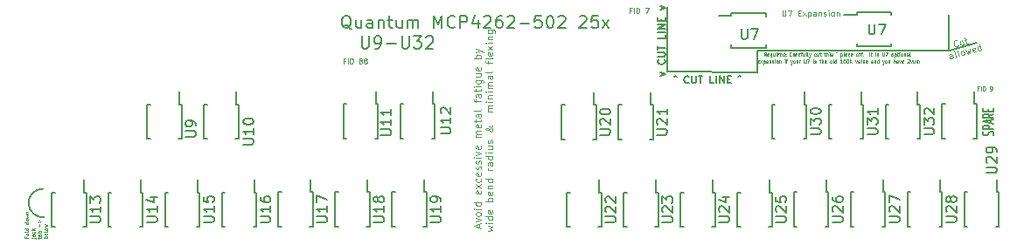
<source format=gto>
G04 #@! TF.GenerationSoftware,KiCad,Pcbnew,5.1.4-e60b266~84~ubuntu16.04.1*
G04 #@! TF.CreationDate,2019-10-21T03:29:48-05:00*
G04 #@! TF.ProjectId,Quantum MCP4262-502 25x expansion flex for GWAAM-Sea Aid with U7 expansion cutout,5175616e-7475-46d2-904d-435034323632,rev?*
G04 #@! TF.SameCoordinates,Original*
G04 #@! TF.FileFunction,Legend,Top*
G04 #@! TF.FilePolarity,Positive*
%FSLAX46Y46*%
G04 Gerber Fmt 4.6, Leading zero omitted, Abs format (unit mm)*
G04 Created by KiCad (PCBNEW 5.1.4-e60b266~84~ubuntu16.04.1) date 2019-10-21 03:29:48*
%MOMM*%
%LPD*%
G04 APERTURE LIST*
%ADD10C,0.100000*%
%ADD11C,0.150000*%
%ADD12C,0.075000*%
%ADD13C,0.080000*%
%ADD14C,0.200000*%
%ADD15C,0.125000*%
G04 APERTURE END LIST*
D10*
X146244653Y-98174213D02*
X146244653Y-98627546D01*
X146271320Y-98680880D01*
X146297986Y-98707546D01*
X146351320Y-98734213D01*
X146457986Y-98734213D01*
X146511320Y-98707546D01*
X146537986Y-98680880D01*
X146564653Y-98627546D01*
X146564653Y-98174213D01*
X146777986Y-98174213D02*
X147151320Y-98174213D01*
X146911320Y-98734213D01*
X147791320Y-98440880D02*
X147977986Y-98440880D01*
X148057986Y-98734213D02*
X147791320Y-98734213D01*
X147791320Y-98174213D01*
X148057986Y-98174213D01*
X148244653Y-98734213D02*
X148537986Y-98360880D01*
X148244653Y-98360880D02*
X148537986Y-98734213D01*
X148751320Y-98360880D02*
X148751320Y-98920880D01*
X148751320Y-98387546D02*
X148804653Y-98360880D01*
X148911320Y-98360880D01*
X148964653Y-98387546D01*
X148991320Y-98414213D01*
X149017986Y-98467546D01*
X149017986Y-98627546D01*
X148991320Y-98680880D01*
X148964653Y-98707546D01*
X148911320Y-98734213D01*
X148804653Y-98734213D01*
X148751320Y-98707546D01*
X149497986Y-98734213D02*
X149497986Y-98440880D01*
X149471320Y-98387546D01*
X149417986Y-98360880D01*
X149311320Y-98360880D01*
X149257986Y-98387546D01*
X149497986Y-98707546D02*
X149444653Y-98734213D01*
X149311320Y-98734213D01*
X149257986Y-98707546D01*
X149231320Y-98654213D01*
X149231320Y-98600880D01*
X149257986Y-98547546D01*
X149311320Y-98520880D01*
X149444653Y-98520880D01*
X149497986Y-98494213D01*
X149764653Y-98360880D02*
X149764653Y-98734213D01*
X149764653Y-98414213D02*
X149791320Y-98387546D01*
X149844653Y-98360880D01*
X149924653Y-98360880D01*
X149977986Y-98387546D01*
X150004653Y-98440880D01*
X150004653Y-98734213D01*
X150244653Y-98707546D02*
X150297986Y-98734213D01*
X150404653Y-98734213D01*
X150457986Y-98707546D01*
X150484653Y-98654213D01*
X150484653Y-98627546D01*
X150457986Y-98574213D01*
X150404653Y-98547546D01*
X150324653Y-98547546D01*
X150271320Y-98520880D01*
X150244653Y-98467546D01*
X150244653Y-98440880D01*
X150271320Y-98387546D01*
X150324653Y-98360880D01*
X150404653Y-98360880D01*
X150457986Y-98387546D01*
X150724653Y-98734213D02*
X150724653Y-98360880D01*
X150724653Y-98174213D02*
X150697986Y-98200880D01*
X150724653Y-98227546D01*
X150751320Y-98200880D01*
X150724653Y-98174213D01*
X150724653Y-98227546D01*
X151071320Y-98734213D02*
X151017986Y-98707546D01*
X150991320Y-98680880D01*
X150964653Y-98627546D01*
X150964653Y-98467546D01*
X150991320Y-98414213D01*
X151017986Y-98387546D01*
X151071320Y-98360880D01*
X151151320Y-98360880D01*
X151204653Y-98387546D01*
X151231320Y-98414213D01*
X151257986Y-98467546D01*
X151257986Y-98627546D01*
X151231320Y-98680880D01*
X151204653Y-98707546D01*
X151151320Y-98734213D01*
X151071320Y-98734213D01*
X151497986Y-98360880D02*
X151497986Y-98734213D01*
X151497986Y-98414213D02*
X151524653Y-98387546D01*
X151577986Y-98360880D01*
X151657986Y-98360880D01*
X151711320Y-98387546D01*
X151737986Y-98440880D01*
X151737986Y-98734213D01*
D11*
X135746420Y-104636133D02*
X135879753Y-104536133D01*
X136013086Y-104636133D01*
X137179753Y-105202800D02*
X137146420Y-105236133D01*
X137046420Y-105269466D01*
X136979753Y-105269466D01*
X136879753Y-105236133D01*
X136813086Y-105169466D01*
X136779753Y-105102800D01*
X136746420Y-104969466D01*
X136746420Y-104869466D01*
X136779753Y-104736133D01*
X136813086Y-104669466D01*
X136879753Y-104602800D01*
X136979753Y-104569466D01*
X137046420Y-104569466D01*
X137146420Y-104602800D01*
X137179753Y-104636133D01*
X137479753Y-104569466D02*
X137479753Y-105136133D01*
X137513086Y-105202800D01*
X137546420Y-105236133D01*
X137613086Y-105269466D01*
X137746420Y-105269466D01*
X137813086Y-105236133D01*
X137846420Y-105202800D01*
X137879753Y-105136133D01*
X137879753Y-104569466D01*
X138113086Y-104569466D02*
X138513086Y-104569466D01*
X138313086Y-105269466D02*
X138313086Y-104569466D01*
X139613086Y-105269466D02*
X139279753Y-105269466D01*
X139279753Y-104569466D01*
X139846420Y-105269466D02*
X139846420Y-104569466D01*
X140179753Y-105269466D02*
X140179753Y-104569466D01*
X140579753Y-105269466D01*
X140579753Y-104569466D01*
X140913086Y-104902800D02*
X141146420Y-104902800D01*
X141246420Y-105269466D02*
X140913086Y-105269466D01*
X140913086Y-104569466D01*
X141246420Y-104569466D01*
X141979753Y-104636133D02*
X142113086Y-104536133D01*
X142246420Y-104636133D01*
X134421740Y-104520740D02*
X134888406Y-104354073D01*
X134421740Y-104187406D01*
X134821740Y-102987406D02*
X134855073Y-103020740D01*
X134888406Y-103120740D01*
X134888406Y-103187406D01*
X134855073Y-103287406D01*
X134788406Y-103354073D01*
X134721740Y-103387406D01*
X134588406Y-103420740D01*
X134488406Y-103420740D01*
X134355073Y-103387406D01*
X134288406Y-103354073D01*
X134221740Y-103287406D01*
X134188406Y-103187406D01*
X134188406Y-103120740D01*
X134221740Y-103020740D01*
X134255073Y-102987406D01*
X134188406Y-102687406D02*
X134755073Y-102687406D01*
X134821740Y-102654073D01*
X134855073Y-102620740D01*
X134888406Y-102554073D01*
X134888406Y-102420740D01*
X134855073Y-102354073D01*
X134821740Y-102320740D01*
X134755073Y-102287406D01*
X134188406Y-102287406D01*
X134188406Y-102054073D02*
X134188406Y-101654073D01*
X134888406Y-101854073D02*
X134188406Y-101854073D01*
X134888406Y-100554073D02*
X134888406Y-100887406D01*
X134188406Y-100887406D01*
X134888406Y-100320740D02*
X134188406Y-100320740D01*
X134888406Y-99987406D02*
X134188406Y-99987406D01*
X134888406Y-99587406D01*
X134188406Y-99587406D01*
X134521740Y-99254073D02*
X134521740Y-99020740D01*
X134888406Y-98920740D02*
X134888406Y-99254073D01*
X134188406Y-99254073D01*
X134188406Y-98920740D01*
X134421740Y-98154073D02*
X134888406Y-97987406D01*
X134421740Y-97820740D01*
X162396342Y-102097599D02*
X158607162Y-102097599D01*
X162396342Y-98628360D02*
X162396342Y-102097599D01*
D12*
X144661495Y-102647412D02*
X144554828Y-102456936D01*
X144478638Y-102647412D02*
X144478638Y-102247412D01*
X144600542Y-102247412D01*
X144631019Y-102266460D01*
X144646257Y-102285507D01*
X144661495Y-102323602D01*
X144661495Y-102380745D01*
X144646257Y-102418840D01*
X144631019Y-102437888D01*
X144600542Y-102456936D01*
X144478638Y-102456936D01*
X144920542Y-102628364D02*
X144890066Y-102647412D01*
X144829114Y-102647412D01*
X144798638Y-102628364D01*
X144783400Y-102590269D01*
X144783400Y-102437888D01*
X144798638Y-102399793D01*
X144829114Y-102380745D01*
X144890066Y-102380745D01*
X144920542Y-102399793D01*
X144935780Y-102437888D01*
X144935780Y-102475983D01*
X144783400Y-102514079D01*
X145210066Y-102380745D02*
X145210066Y-102780745D01*
X145210066Y-102628364D02*
X145179590Y-102647412D01*
X145118638Y-102647412D01*
X145088161Y-102628364D01*
X145072923Y-102609317D01*
X145057685Y-102571221D01*
X145057685Y-102456936D01*
X145072923Y-102418840D01*
X145088161Y-102399793D01*
X145118638Y-102380745D01*
X145179590Y-102380745D01*
X145210066Y-102399793D01*
X145499590Y-102380745D02*
X145499590Y-102647412D01*
X145362447Y-102380745D02*
X145362447Y-102590269D01*
X145377685Y-102628364D01*
X145408161Y-102647412D01*
X145453876Y-102647412D01*
X145484352Y-102628364D01*
X145499590Y-102609317D01*
X145651971Y-102647412D02*
X145651971Y-102380745D01*
X145651971Y-102247412D02*
X145636733Y-102266460D01*
X145651971Y-102285507D01*
X145667209Y-102266460D01*
X145651971Y-102247412D01*
X145651971Y-102285507D01*
X145804352Y-102647412D02*
X145804352Y-102380745D01*
X145804352Y-102456936D02*
X145819590Y-102418840D01*
X145834828Y-102399793D01*
X145865304Y-102380745D01*
X145895780Y-102380745D01*
X146124352Y-102628364D02*
X146093876Y-102647412D01*
X146032923Y-102647412D01*
X146002447Y-102628364D01*
X145987209Y-102590269D01*
X145987209Y-102437888D01*
X146002447Y-102399793D01*
X146032923Y-102380745D01*
X146093876Y-102380745D01*
X146124352Y-102399793D01*
X146139590Y-102437888D01*
X146139590Y-102475983D01*
X145987209Y-102514079D01*
X146413876Y-102647412D02*
X146413876Y-102247412D01*
X146413876Y-102628364D02*
X146383400Y-102647412D01*
X146322447Y-102647412D01*
X146291971Y-102628364D01*
X146276733Y-102609317D01*
X146261495Y-102571221D01*
X146261495Y-102456936D01*
X146276733Y-102418840D01*
X146291971Y-102399793D01*
X146322447Y-102380745D01*
X146383400Y-102380745D01*
X146413876Y-102399793D01*
X146566257Y-102609317D02*
X146581495Y-102628364D01*
X146566257Y-102647412D01*
X146551019Y-102628364D01*
X146566257Y-102609317D01*
X146566257Y-102647412D01*
X146566257Y-102399793D02*
X146581495Y-102418840D01*
X146566257Y-102437888D01*
X146551019Y-102418840D01*
X146566257Y-102399793D01*
X146566257Y-102437888D01*
X147145304Y-102609317D02*
X147130066Y-102628364D01*
X147084352Y-102647412D01*
X147053876Y-102647412D01*
X147008161Y-102628364D01*
X146977685Y-102590269D01*
X146962447Y-102552174D01*
X146947209Y-102475983D01*
X146947209Y-102418840D01*
X146962447Y-102342650D01*
X146977685Y-102304555D01*
X147008161Y-102266460D01*
X147053876Y-102247412D01*
X147084352Y-102247412D01*
X147130066Y-102266460D01*
X147145304Y-102285507D01*
X147419590Y-102647412D02*
X147419590Y-102437888D01*
X147404352Y-102399793D01*
X147373876Y-102380745D01*
X147312923Y-102380745D01*
X147282447Y-102399793D01*
X147419590Y-102628364D02*
X147389114Y-102647412D01*
X147312923Y-102647412D01*
X147282447Y-102628364D01*
X147267209Y-102590269D01*
X147267209Y-102552174D01*
X147282447Y-102514079D01*
X147312923Y-102495031D01*
X147389114Y-102495031D01*
X147419590Y-102475983D01*
X147571971Y-102647412D02*
X147571971Y-102380745D01*
X147571971Y-102456936D02*
X147587209Y-102418840D01*
X147602447Y-102399793D01*
X147632923Y-102380745D01*
X147663400Y-102380745D01*
X147891971Y-102628364D02*
X147861495Y-102647412D01*
X147800542Y-102647412D01*
X147770066Y-102628364D01*
X147754828Y-102590269D01*
X147754828Y-102437888D01*
X147770066Y-102399793D01*
X147800542Y-102380745D01*
X147861495Y-102380745D01*
X147891971Y-102399793D01*
X147907209Y-102437888D01*
X147907209Y-102475983D01*
X147754828Y-102514079D01*
X147998638Y-102380745D02*
X148120542Y-102380745D01*
X148044352Y-102647412D02*
X148044352Y-102304555D01*
X148059590Y-102266460D01*
X148090066Y-102247412D01*
X148120542Y-102247412D01*
X148364352Y-102380745D02*
X148364352Y-102647412D01*
X148227209Y-102380745D02*
X148227209Y-102590269D01*
X148242447Y-102628364D01*
X148272923Y-102647412D01*
X148318638Y-102647412D01*
X148349114Y-102628364D01*
X148364352Y-102609317D01*
X148562447Y-102647412D02*
X148531971Y-102628364D01*
X148516733Y-102590269D01*
X148516733Y-102247412D01*
X148730066Y-102647412D02*
X148699590Y-102628364D01*
X148684352Y-102590269D01*
X148684352Y-102247412D01*
X148821495Y-102380745D02*
X148897685Y-102647412D01*
X148973876Y-102380745D02*
X148897685Y-102647412D01*
X148867209Y-102742650D01*
X148851971Y-102761698D01*
X148821495Y-102780745D01*
X149476733Y-102628364D02*
X149446257Y-102647412D01*
X149385304Y-102647412D01*
X149354828Y-102628364D01*
X149339590Y-102609317D01*
X149324352Y-102571221D01*
X149324352Y-102456936D01*
X149339590Y-102418840D01*
X149354828Y-102399793D01*
X149385304Y-102380745D01*
X149446257Y-102380745D01*
X149476733Y-102399793D01*
X149751019Y-102380745D02*
X149751019Y-102647412D01*
X149613876Y-102380745D02*
X149613876Y-102590269D01*
X149629114Y-102628364D01*
X149659590Y-102647412D01*
X149705304Y-102647412D01*
X149735780Y-102628364D01*
X149751019Y-102609317D01*
X149857685Y-102380745D02*
X149979590Y-102380745D01*
X149903400Y-102247412D02*
X149903400Y-102590269D01*
X149918638Y-102628364D01*
X149949114Y-102647412D01*
X149979590Y-102647412D01*
X150284352Y-102380745D02*
X150406257Y-102380745D01*
X150330066Y-102247412D02*
X150330066Y-102590269D01*
X150345304Y-102628364D01*
X150375780Y-102647412D01*
X150406257Y-102647412D01*
X150512923Y-102647412D02*
X150512923Y-102247412D01*
X150650066Y-102647412D02*
X150650066Y-102437888D01*
X150634828Y-102399793D01*
X150604352Y-102380745D01*
X150558638Y-102380745D01*
X150528161Y-102399793D01*
X150512923Y-102418840D01*
X150802447Y-102647412D02*
X150802447Y-102380745D01*
X150802447Y-102247412D02*
X150787209Y-102266460D01*
X150802447Y-102285507D01*
X150817685Y-102266460D01*
X150802447Y-102247412D01*
X150802447Y-102285507D01*
X150939590Y-102628364D02*
X150970066Y-102647412D01*
X151031019Y-102647412D01*
X151061495Y-102628364D01*
X151076733Y-102590269D01*
X151076733Y-102571221D01*
X151061495Y-102533126D01*
X151031019Y-102514079D01*
X150985304Y-102514079D01*
X150954828Y-102495031D01*
X150939590Y-102456936D01*
X150939590Y-102437888D01*
X150954828Y-102399793D01*
X150985304Y-102380745D01*
X151031019Y-102380745D01*
X151061495Y-102399793D01*
X151411971Y-102285507D02*
X151472923Y-102228364D01*
X151533876Y-102285507D01*
X151884352Y-102380745D02*
X151884352Y-102780745D01*
X151884352Y-102399793D02*
X151914828Y-102380745D01*
X151975780Y-102380745D01*
X152006257Y-102399793D01*
X152021495Y-102418840D01*
X152036733Y-102456936D01*
X152036733Y-102571221D01*
X152021495Y-102609317D01*
X152006257Y-102628364D01*
X151975780Y-102647412D01*
X151914828Y-102647412D01*
X151884352Y-102628364D01*
X152173876Y-102647412D02*
X152173876Y-102380745D01*
X152173876Y-102247412D02*
X152158638Y-102266460D01*
X152173876Y-102285507D01*
X152189114Y-102266460D01*
X152173876Y-102247412D01*
X152173876Y-102285507D01*
X152448161Y-102628364D02*
X152417685Y-102647412D01*
X152356733Y-102647412D01*
X152326257Y-102628364D01*
X152311019Y-102590269D01*
X152311019Y-102437888D01*
X152326257Y-102399793D01*
X152356733Y-102380745D01*
X152417685Y-102380745D01*
X152448161Y-102399793D01*
X152463400Y-102437888D01*
X152463400Y-102475983D01*
X152311019Y-102514079D01*
X152737685Y-102628364D02*
X152707209Y-102647412D01*
X152646257Y-102647412D01*
X152615780Y-102628364D01*
X152600542Y-102609317D01*
X152585304Y-102571221D01*
X152585304Y-102456936D01*
X152600542Y-102418840D01*
X152615780Y-102399793D01*
X152646257Y-102380745D01*
X152707209Y-102380745D01*
X152737685Y-102399793D01*
X152996733Y-102628364D02*
X152966257Y-102647412D01*
X152905304Y-102647412D01*
X152874828Y-102628364D01*
X152859590Y-102590269D01*
X152859590Y-102437888D01*
X152874828Y-102399793D01*
X152905304Y-102380745D01*
X152966257Y-102380745D01*
X152996733Y-102399793D01*
X153011971Y-102437888D01*
X153011971Y-102475983D01*
X152859590Y-102514079D01*
X153438638Y-102647412D02*
X153408161Y-102628364D01*
X153392923Y-102609317D01*
X153377685Y-102571221D01*
X153377685Y-102456936D01*
X153392923Y-102418840D01*
X153408161Y-102399793D01*
X153438638Y-102380745D01*
X153484352Y-102380745D01*
X153514828Y-102399793D01*
X153530066Y-102418840D01*
X153545304Y-102456936D01*
X153545304Y-102571221D01*
X153530066Y-102609317D01*
X153514828Y-102628364D01*
X153484352Y-102647412D01*
X153438638Y-102647412D01*
X153636733Y-102380745D02*
X153758638Y-102380745D01*
X153682447Y-102647412D02*
X153682447Y-102304555D01*
X153697685Y-102266460D01*
X153728161Y-102247412D01*
X153758638Y-102247412D01*
X153819590Y-102380745D02*
X153941495Y-102380745D01*
X153865304Y-102647412D02*
X153865304Y-102304555D01*
X153880542Y-102266460D01*
X153911019Y-102247412D01*
X153941495Y-102247412D01*
X154048161Y-102609317D02*
X154063400Y-102628364D01*
X154048161Y-102647412D01*
X154032923Y-102628364D01*
X154048161Y-102609317D01*
X154048161Y-102647412D01*
X154688161Y-102647412D02*
X154688161Y-102247412D01*
X154794828Y-102380745D02*
X154916733Y-102380745D01*
X154840542Y-102247412D02*
X154840542Y-102590269D01*
X154855780Y-102628364D01*
X154886257Y-102647412D01*
X154916733Y-102647412D01*
X155267209Y-102647412D02*
X155267209Y-102380745D01*
X155267209Y-102247412D02*
X155251971Y-102266460D01*
X155267209Y-102285507D01*
X155282447Y-102266460D01*
X155267209Y-102247412D01*
X155267209Y-102285507D01*
X155404352Y-102628364D02*
X155434828Y-102647412D01*
X155495780Y-102647412D01*
X155526257Y-102628364D01*
X155541495Y-102590269D01*
X155541495Y-102571221D01*
X155526257Y-102533126D01*
X155495780Y-102514079D01*
X155450066Y-102514079D01*
X155419590Y-102495031D01*
X155404352Y-102456936D01*
X155404352Y-102437888D01*
X155419590Y-102399793D01*
X155450066Y-102380745D01*
X155495780Y-102380745D01*
X155526257Y-102399793D01*
X155922447Y-102247412D02*
X155922447Y-102571221D01*
X155937685Y-102609317D01*
X155952923Y-102628364D01*
X155983400Y-102647412D01*
X156044352Y-102647412D01*
X156074828Y-102628364D01*
X156090066Y-102609317D01*
X156105304Y-102571221D01*
X156105304Y-102247412D01*
X156227209Y-102247412D02*
X156440542Y-102247412D01*
X156303400Y-102647412D01*
X156851971Y-102647412D02*
X156821495Y-102628364D01*
X156806257Y-102609317D01*
X156791019Y-102571221D01*
X156791019Y-102456936D01*
X156806257Y-102418840D01*
X156821495Y-102399793D01*
X156851971Y-102380745D01*
X156897685Y-102380745D01*
X156928161Y-102399793D01*
X156943400Y-102418840D01*
X156958638Y-102456936D01*
X156958638Y-102571221D01*
X156943400Y-102609317D01*
X156928161Y-102628364D01*
X156897685Y-102647412D01*
X156851971Y-102647412D01*
X157095780Y-102380745D02*
X157095780Y-102780745D01*
X157095780Y-102399793D02*
X157126257Y-102380745D01*
X157187209Y-102380745D01*
X157217685Y-102399793D01*
X157232923Y-102418840D01*
X157248161Y-102456936D01*
X157248161Y-102571221D01*
X157232923Y-102609317D01*
X157217685Y-102628364D01*
X157187209Y-102647412D01*
X157126257Y-102647412D01*
X157095780Y-102628364D01*
X157339590Y-102380745D02*
X157461495Y-102380745D01*
X157385304Y-102247412D02*
X157385304Y-102590269D01*
X157400542Y-102628364D01*
X157431019Y-102647412D01*
X157461495Y-102647412D01*
X157568161Y-102647412D02*
X157568161Y-102380745D01*
X157568161Y-102247412D02*
X157552923Y-102266460D01*
X157568161Y-102285507D01*
X157583400Y-102266460D01*
X157568161Y-102247412D01*
X157568161Y-102285507D01*
X157766257Y-102647412D02*
X157735780Y-102628364D01*
X157720542Y-102609317D01*
X157705304Y-102571221D01*
X157705304Y-102456936D01*
X157720542Y-102418840D01*
X157735780Y-102399793D01*
X157766257Y-102380745D01*
X157811971Y-102380745D01*
X157842447Y-102399793D01*
X157857685Y-102418840D01*
X157872923Y-102456936D01*
X157872923Y-102571221D01*
X157857685Y-102609317D01*
X157842447Y-102628364D01*
X157811971Y-102647412D01*
X157766257Y-102647412D01*
X158010066Y-102380745D02*
X158010066Y-102647412D01*
X158010066Y-102418840D02*
X158025304Y-102399793D01*
X158055780Y-102380745D01*
X158101495Y-102380745D01*
X158131971Y-102399793D01*
X158147209Y-102437888D01*
X158147209Y-102647412D01*
X158436733Y-102647412D02*
X158436733Y-102437888D01*
X158421495Y-102399793D01*
X158391019Y-102380745D01*
X158330066Y-102380745D01*
X158299590Y-102399793D01*
X158436733Y-102628364D02*
X158406257Y-102647412D01*
X158330066Y-102647412D01*
X158299590Y-102628364D01*
X158284352Y-102590269D01*
X158284352Y-102552174D01*
X158299590Y-102514079D01*
X158330066Y-102495031D01*
X158406257Y-102495031D01*
X158436733Y-102475983D01*
X158634828Y-102647412D02*
X158604352Y-102628364D01*
X158589114Y-102590269D01*
X158589114Y-102247412D01*
X143975780Y-103303364D02*
X143945304Y-103322412D01*
X143884352Y-103322412D01*
X143853876Y-103303364D01*
X143838638Y-103265269D01*
X143838638Y-103112888D01*
X143853876Y-103074793D01*
X143884352Y-103055745D01*
X143945304Y-103055745D01*
X143975780Y-103074793D01*
X143991019Y-103112888D01*
X143991019Y-103150983D01*
X143838638Y-103189079D01*
X144097685Y-103322412D02*
X144265304Y-103055745D01*
X144097685Y-103055745D02*
X144265304Y-103322412D01*
X144387209Y-103055745D02*
X144387209Y-103455745D01*
X144387209Y-103074793D02*
X144417685Y-103055745D01*
X144478638Y-103055745D01*
X144509114Y-103074793D01*
X144524352Y-103093840D01*
X144539590Y-103131936D01*
X144539590Y-103246221D01*
X144524352Y-103284317D01*
X144509114Y-103303364D01*
X144478638Y-103322412D01*
X144417685Y-103322412D01*
X144387209Y-103303364D01*
X144813876Y-103322412D02*
X144813876Y-103112888D01*
X144798638Y-103074793D01*
X144768161Y-103055745D01*
X144707209Y-103055745D01*
X144676733Y-103074793D01*
X144813876Y-103303364D02*
X144783400Y-103322412D01*
X144707209Y-103322412D01*
X144676733Y-103303364D01*
X144661495Y-103265269D01*
X144661495Y-103227174D01*
X144676733Y-103189079D01*
X144707209Y-103170031D01*
X144783400Y-103170031D01*
X144813876Y-103150983D01*
X144966257Y-103055745D02*
X144966257Y-103322412D01*
X144966257Y-103093840D02*
X144981495Y-103074793D01*
X145011971Y-103055745D01*
X145057685Y-103055745D01*
X145088161Y-103074793D01*
X145103400Y-103112888D01*
X145103400Y-103322412D01*
X145240542Y-103303364D02*
X145271019Y-103322412D01*
X145331971Y-103322412D01*
X145362447Y-103303364D01*
X145377685Y-103265269D01*
X145377685Y-103246221D01*
X145362447Y-103208126D01*
X145331971Y-103189079D01*
X145286257Y-103189079D01*
X145255780Y-103170031D01*
X145240542Y-103131936D01*
X145240542Y-103112888D01*
X145255780Y-103074793D01*
X145286257Y-103055745D01*
X145331971Y-103055745D01*
X145362447Y-103074793D01*
X145514828Y-103322412D02*
X145514828Y-103055745D01*
X145514828Y-102922412D02*
X145499590Y-102941460D01*
X145514828Y-102960507D01*
X145530066Y-102941460D01*
X145514828Y-102922412D01*
X145514828Y-102960507D01*
X145712923Y-103322412D02*
X145682447Y-103303364D01*
X145667209Y-103284317D01*
X145651971Y-103246221D01*
X145651971Y-103131936D01*
X145667209Y-103093840D01*
X145682447Y-103074793D01*
X145712923Y-103055745D01*
X145758638Y-103055745D01*
X145789114Y-103074793D01*
X145804352Y-103093840D01*
X145819590Y-103131936D01*
X145819590Y-103246221D01*
X145804352Y-103284317D01*
X145789114Y-103303364D01*
X145758638Y-103322412D01*
X145712923Y-103322412D01*
X145956733Y-103055745D02*
X145956733Y-103322412D01*
X145956733Y-103093840D02*
X145971971Y-103074793D01*
X146002447Y-103055745D01*
X146048161Y-103055745D01*
X146078638Y-103074793D01*
X146093876Y-103112888D01*
X146093876Y-103322412D01*
X146490066Y-103322412D02*
X146490066Y-103055745D01*
X146490066Y-102922412D02*
X146474828Y-102941460D01*
X146490066Y-102960507D01*
X146505304Y-102941460D01*
X146490066Y-102922412D01*
X146490066Y-102960507D01*
X146596733Y-103055745D02*
X146718638Y-103055745D01*
X146642447Y-103322412D02*
X146642447Y-102979555D01*
X146657685Y-102941460D01*
X146688161Y-102922412D01*
X146718638Y-102922412D01*
X147038638Y-103055745D02*
X147114828Y-103322412D01*
X147191019Y-103055745D02*
X147114828Y-103322412D01*
X147084352Y-103417650D01*
X147069114Y-103436698D01*
X147038638Y-103455745D01*
X147358638Y-103322412D02*
X147328161Y-103303364D01*
X147312923Y-103284317D01*
X147297685Y-103246221D01*
X147297685Y-103131936D01*
X147312923Y-103093840D01*
X147328161Y-103074793D01*
X147358638Y-103055745D01*
X147404352Y-103055745D01*
X147434828Y-103074793D01*
X147450066Y-103093840D01*
X147465304Y-103131936D01*
X147465304Y-103246221D01*
X147450066Y-103284317D01*
X147434828Y-103303364D01*
X147404352Y-103322412D01*
X147358638Y-103322412D01*
X147739590Y-103055745D02*
X147739590Y-103322412D01*
X147602447Y-103055745D02*
X147602447Y-103265269D01*
X147617685Y-103303364D01*
X147648161Y-103322412D01*
X147693876Y-103322412D01*
X147724352Y-103303364D01*
X147739590Y-103284317D01*
X147891971Y-103322412D02*
X147891971Y-103055745D01*
X147891971Y-103131936D02*
X147907209Y-103093840D01*
X147922447Y-103074793D01*
X147952923Y-103055745D01*
X147983400Y-103055745D01*
X148333876Y-102922412D02*
X148333876Y-103246221D01*
X148349114Y-103284317D01*
X148364352Y-103303364D01*
X148394828Y-103322412D01*
X148455780Y-103322412D01*
X148486257Y-103303364D01*
X148501495Y-103284317D01*
X148516733Y-103246221D01*
X148516733Y-102922412D01*
X148638638Y-102922412D02*
X148851971Y-102922412D01*
X148714828Y-103322412D01*
X149217685Y-103322412D02*
X149217685Y-103055745D01*
X149217685Y-102922412D02*
X149202447Y-102941460D01*
X149217685Y-102960507D01*
X149232923Y-102941460D01*
X149217685Y-102922412D01*
X149217685Y-102960507D01*
X149354828Y-103303364D02*
X149385304Y-103322412D01*
X149446257Y-103322412D01*
X149476733Y-103303364D01*
X149491971Y-103265269D01*
X149491971Y-103246221D01*
X149476733Y-103208126D01*
X149446257Y-103189079D01*
X149400542Y-103189079D01*
X149370066Y-103170031D01*
X149354828Y-103131936D01*
X149354828Y-103112888D01*
X149370066Y-103074793D01*
X149400542Y-103055745D01*
X149446257Y-103055745D01*
X149476733Y-103074793D01*
X149827209Y-103055745D02*
X149949114Y-103055745D01*
X149872923Y-102922412D02*
X149872923Y-103265269D01*
X149888161Y-103303364D01*
X149918638Y-103322412D01*
X149949114Y-103322412D01*
X150055780Y-103322412D02*
X150055780Y-102922412D01*
X150192923Y-103322412D02*
X150192923Y-103112888D01*
X150177685Y-103074793D01*
X150147209Y-103055745D01*
X150101495Y-103055745D01*
X150071019Y-103074793D01*
X150055780Y-103093840D01*
X150467209Y-103303364D02*
X150436733Y-103322412D01*
X150375780Y-103322412D01*
X150345304Y-103303364D01*
X150330066Y-103265269D01*
X150330066Y-103112888D01*
X150345304Y-103074793D01*
X150375780Y-103055745D01*
X150436733Y-103055745D01*
X150467209Y-103074793D01*
X150482447Y-103112888D01*
X150482447Y-103150983D01*
X150330066Y-103189079D01*
X150909114Y-103322412D02*
X150878638Y-103303364D01*
X150863400Y-103284317D01*
X150848161Y-103246221D01*
X150848161Y-103131936D01*
X150863400Y-103093840D01*
X150878638Y-103074793D01*
X150909114Y-103055745D01*
X150954828Y-103055745D01*
X150985304Y-103074793D01*
X151000542Y-103093840D01*
X151015780Y-103131936D01*
X151015780Y-103246221D01*
X151000542Y-103284317D01*
X150985304Y-103303364D01*
X150954828Y-103322412D01*
X150909114Y-103322412D01*
X151198638Y-103322412D02*
X151168161Y-103303364D01*
X151152923Y-103265269D01*
X151152923Y-102922412D01*
X151457685Y-103322412D02*
X151457685Y-102922412D01*
X151457685Y-103303364D02*
X151427209Y-103322412D01*
X151366257Y-103322412D01*
X151335780Y-103303364D01*
X151320542Y-103284317D01*
X151305304Y-103246221D01*
X151305304Y-103131936D01*
X151320542Y-103093840D01*
X151335780Y-103074793D01*
X151366257Y-103055745D01*
X151427209Y-103055745D01*
X151457685Y-103074793D01*
X152021495Y-103322412D02*
X151838638Y-103322412D01*
X151930066Y-103322412D02*
X151930066Y-102922412D01*
X151899590Y-102979555D01*
X151869114Y-103017650D01*
X151838638Y-103036698D01*
X152219590Y-102922412D02*
X152250066Y-102922412D01*
X152280542Y-102941460D01*
X152295780Y-102960507D01*
X152311019Y-102998602D01*
X152326257Y-103074793D01*
X152326257Y-103170031D01*
X152311019Y-103246221D01*
X152295780Y-103284317D01*
X152280542Y-103303364D01*
X152250066Y-103322412D01*
X152219590Y-103322412D01*
X152189114Y-103303364D01*
X152173876Y-103284317D01*
X152158638Y-103246221D01*
X152143400Y-103170031D01*
X152143400Y-103074793D01*
X152158638Y-102998602D01*
X152173876Y-102960507D01*
X152189114Y-102941460D01*
X152219590Y-102922412D01*
X152524352Y-102922412D02*
X152554828Y-102922412D01*
X152585304Y-102941460D01*
X152600542Y-102960507D01*
X152615780Y-102998602D01*
X152631019Y-103074793D01*
X152631019Y-103170031D01*
X152615780Y-103246221D01*
X152600542Y-103284317D01*
X152585304Y-103303364D01*
X152554828Y-103322412D01*
X152524352Y-103322412D01*
X152493876Y-103303364D01*
X152478638Y-103284317D01*
X152463400Y-103246221D01*
X152448161Y-103170031D01*
X152448161Y-103074793D01*
X152463400Y-102998602D01*
X152478638Y-102960507D01*
X152493876Y-102941460D01*
X152524352Y-102922412D01*
X152768161Y-103322412D02*
X152768161Y-102922412D01*
X152951019Y-103322412D02*
X152813876Y-103093840D01*
X152951019Y-102922412D02*
X152768161Y-103150983D01*
X153301495Y-103055745D02*
X153377685Y-103322412D01*
X153453876Y-103055745D01*
X153712923Y-103322412D02*
X153712923Y-103112888D01*
X153697685Y-103074793D01*
X153667209Y-103055745D01*
X153606257Y-103055745D01*
X153575780Y-103074793D01*
X153712923Y-103303364D02*
X153682447Y-103322412D01*
X153606257Y-103322412D01*
X153575780Y-103303364D01*
X153560542Y-103265269D01*
X153560542Y-103227174D01*
X153575780Y-103189079D01*
X153606257Y-103170031D01*
X153682447Y-103170031D01*
X153712923Y-103150983D01*
X153911019Y-103322412D02*
X153880542Y-103303364D01*
X153865304Y-103265269D01*
X153865304Y-102922412D01*
X154170066Y-103055745D02*
X154170066Y-103322412D01*
X154032923Y-103055745D02*
X154032923Y-103265269D01*
X154048161Y-103303364D01*
X154078638Y-103322412D01*
X154124352Y-103322412D01*
X154154828Y-103303364D01*
X154170066Y-103284317D01*
X154444352Y-103303364D02*
X154413876Y-103322412D01*
X154352923Y-103322412D01*
X154322447Y-103303364D01*
X154307209Y-103265269D01*
X154307209Y-103112888D01*
X154322447Y-103074793D01*
X154352923Y-103055745D01*
X154413876Y-103055745D01*
X154444352Y-103074793D01*
X154459590Y-103112888D01*
X154459590Y-103150983D01*
X154307209Y-103189079D01*
X154977685Y-103322412D02*
X154977685Y-103112888D01*
X154962447Y-103074793D01*
X154931971Y-103055745D01*
X154871019Y-103055745D01*
X154840542Y-103074793D01*
X154977685Y-103303364D02*
X154947209Y-103322412D01*
X154871019Y-103322412D01*
X154840542Y-103303364D01*
X154825304Y-103265269D01*
X154825304Y-103227174D01*
X154840542Y-103189079D01*
X154871019Y-103170031D01*
X154947209Y-103170031D01*
X154977685Y-103150983D01*
X155130066Y-103055745D02*
X155130066Y-103322412D01*
X155130066Y-103093840D02*
X155145304Y-103074793D01*
X155175780Y-103055745D01*
X155221495Y-103055745D01*
X155251971Y-103074793D01*
X155267209Y-103112888D01*
X155267209Y-103322412D01*
X155556733Y-103322412D02*
X155556733Y-102922412D01*
X155556733Y-103303364D02*
X155526257Y-103322412D01*
X155465304Y-103322412D01*
X155434828Y-103303364D01*
X155419590Y-103284317D01*
X155404352Y-103246221D01*
X155404352Y-103131936D01*
X155419590Y-103093840D01*
X155434828Y-103074793D01*
X155465304Y-103055745D01*
X155526257Y-103055745D01*
X155556733Y-103074793D01*
X155922447Y-103055745D02*
X155998638Y-103322412D01*
X156074828Y-103055745D02*
X155998638Y-103322412D01*
X155968161Y-103417650D01*
X155952923Y-103436698D01*
X155922447Y-103455745D01*
X156242447Y-103322412D02*
X156211971Y-103303364D01*
X156196733Y-103284317D01*
X156181495Y-103246221D01*
X156181495Y-103131936D01*
X156196733Y-103093840D01*
X156211971Y-103074793D01*
X156242447Y-103055745D01*
X156288161Y-103055745D01*
X156318638Y-103074793D01*
X156333876Y-103093840D01*
X156349114Y-103131936D01*
X156349114Y-103246221D01*
X156333876Y-103284317D01*
X156318638Y-103303364D01*
X156288161Y-103322412D01*
X156242447Y-103322412D01*
X156623400Y-103055745D02*
X156623400Y-103322412D01*
X156486257Y-103055745D02*
X156486257Y-103265269D01*
X156501495Y-103303364D01*
X156531971Y-103322412D01*
X156577685Y-103322412D01*
X156608161Y-103303364D01*
X156623400Y-103284317D01*
X157019590Y-103322412D02*
X157019590Y-102922412D01*
X157156733Y-103322412D02*
X157156733Y-103112888D01*
X157141495Y-103074793D01*
X157111019Y-103055745D01*
X157065304Y-103055745D01*
X157034828Y-103074793D01*
X157019590Y-103093840D01*
X157446257Y-103322412D02*
X157446257Y-103112888D01*
X157431019Y-103074793D01*
X157400542Y-103055745D01*
X157339590Y-103055745D01*
X157309114Y-103074793D01*
X157446257Y-103303364D02*
X157415780Y-103322412D01*
X157339590Y-103322412D01*
X157309114Y-103303364D01*
X157293876Y-103265269D01*
X157293876Y-103227174D01*
X157309114Y-103189079D01*
X157339590Y-103170031D01*
X157415780Y-103170031D01*
X157446257Y-103150983D01*
X157568161Y-103055745D02*
X157644352Y-103322412D01*
X157720542Y-103055745D01*
X157964352Y-103303364D02*
X157933876Y-103322412D01*
X157872923Y-103322412D01*
X157842447Y-103303364D01*
X157827209Y-103265269D01*
X157827209Y-103112888D01*
X157842447Y-103074793D01*
X157872923Y-103055745D01*
X157933876Y-103055745D01*
X157964352Y-103074793D01*
X157979590Y-103112888D01*
X157979590Y-103150983D01*
X157827209Y-103189079D01*
X158345304Y-102960507D02*
X158360542Y-102941460D01*
X158391019Y-102922412D01*
X158467209Y-102922412D01*
X158497685Y-102941460D01*
X158512923Y-102960507D01*
X158528161Y-102998602D01*
X158528161Y-103036698D01*
X158512923Y-103093840D01*
X158330066Y-103322412D01*
X158528161Y-103322412D01*
X158634828Y-103055745D02*
X158711019Y-103322412D01*
X158787209Y-103055745D01*
X159046257Y-103055745D02*
X159046257Y-103322412D01*
X158909114Y-103055745D02*
X158909114Y-103265269D01*
X158924352Y-103303364D01*
X158954828Y-103322412D01*
X159000542Y-103322412D01*
X159031019Y-103303364D01*
X159046257Y-103284317D01*
X159198638Y-103322412D02*
X159198638Y-103055745D01*
X159198638Y-103093840D02*
X159213876Y-103074793D01*
X159244352Y-103055745D01*
X159290066Y-103055745D01*
X159320542Y-103074793D01*
X159335780Y-103112888D01*
X159335780Y-103322412D01*
X159335780Y-103112888D02*
X159351019Y-103074793D01*
X159381495Y-103055745D01*
X159427209Y-103055745D01*
X159457685Y-103074793D01*
X159472923Y-103112888D01*
X159472923Y-103322412D01*
X163259643Y-101586267D02*
X163239440Y-101621259D01*
X163164041Y-101671042D01*
X163108845Y-101685831D01*
X163018657Y-101680418D01*
X162948671Y-101640012D01*
X162906284Y-101592211D01*
X162849106Y-101489214D01*
X162826922Y-101406421D01*
X162824941Y-101288634D01*
X162837749Y-101226044D01*
X162878155Y-101156058D01*
X162953554Y-101106276D01*
X163008749Y-101091486D01*
X163098938Y-101096900D01*
X163133931Y-101117103D01*
X163667667Y-101121985D02*
X163771194Y-101508356D01*
X163419286Y-101188539D02*
X163500629Y-101492115D01*
X163543016Y-101539916D01*
X163605607Y-101552725D01*
X163688401Y-101530540D01*
X163736202Y-101488152D01*
X163756405Y-101453160D01*
X163860852Y-101070221D02*
X164081635Y-101011063D01*
X163891882Y-100854852D02*
X164024989Y-101351614D01*
X164067376Y-101399415D01*
X164129967Y-101412223D01*
X164185162Y-101397433D01*
X162740242Y-102793993D02*
X162658899Y-102490416D01*
X162616511Y-102442616D01*
X162553921Y-102429807D01*
X162443529Y-102459387D01*
X162395728Y-102501774D01*
X162732847Y-102766395D02*
X162685046Y-102808783D01*
X162547057Y-102845757D01*
X162484466Y-102832949D01*
X162442079Y-102785148D01*
X162427289Y-102729952D01*
X162440097Y-102667361D01*
X162487898Y-102624974D01*
X162625887Y-102588000D01*
X162673688Y-102545612D01*
X163099014Y-102697860D02*
X163036424Y-102685052D01*
X162994036Y-102637251D01*
X162860929Y-102140489D01*
X163402591Y-102616517D02*
X163340000Y-102603709D01*
X163297613Y-102555908D01*
X163164506Y-102059146D01*
X163706168Y-102535174D02*
X163643577Y-102522366D01*
X163608584Y-102502163D01*
X163566197Y-102454362D01*
X163521828Y-102288775D01*
X163534636Y-102226184D01*
X163554839Y-102191191D01*
X163602640Y-102148804D01*
X163685434Y-102126619D01*
X163748024Y-102139427D01*
X163783017Y-102159631D01*
X163825405Y-102207431D01*
X163869773Y-102373019D01*
X163856965Y-102435609D01*
X163836762Y-102470602D01*
X163788961Y-102512990D01*
X163706168Y-102535174D01*
X163989010Y-102045276D02*
X164202929Y-102402067D01*
X164239373Y-102096509D01*
X164423713Y-102342909D01*
X164430576Y-101926959D01*
X164968275Y-102167414D02*
X164920474Y-102209802D01*
X164810083Y-102239381D01*
X164747492Y-102226573D01*
X164705105Y-102178772D01*
X164645946Y-101957989D01*
X164658754Y-101895398D01*
X164706555Y-101853011D01*
X164816947Y-101823431D01*
X164879537Y-101836239D01*
X164921925Y-101884040D01*
X164936715Y-101939236D01*
X164675525Y-102068380D01*
X165500030Y-102054510D02*
X165344738Y-101474955D01*
X165492635Y-102026912D02*
X165444834Y-102069300D01*
X165334443Y-102098879D01*
X165271852Y-102086071D01*
X165236859Y-102065868D01*
X165194472Y-102018067D01*
X165150103Y-101852480D01*
X165162911Y-101789889D01*
X165183114Y-101754896D01*
X165230915Y-101712509D01*
X165341307Y-101682929D01*
X165403897Y-101695738D01*
D11*
X162438080Y-102087680D02*
X165107620Y-101356160D01*
D13*
X73062780Y-120189720D02*
X73062780Y-120306386D01*
X73246113Y-120306386D02*
X72896113Y-120306386D01*
X72896113Y-120139720D01*
X73246113Y-119956386D02*
X73229446Y-119989720D01*
X73212780Y-120006386D01*
X73179446Y-120023053D01*
X73079446Y-120023053D01*
X73046113Y-120006386D01*
X73029446Y-119989720D01*
X73012780Y-119956386D01*
X73012780Y-119906386D01*
X73029446Y-119873053D01*
X73046113Y-119856386D01*
X73079446Y-119839720D01*
X73179446Y-119839720D01*
X73212780Y-119856386D01*
X73229446Y-119873053D01*
X73246113Y-119906386D01*
X73246113Y-119956386D01*
X73246113Y-119639720D02*
X73229446Y-119673053D01*
X73196113Y-119689720D01*
X72896113Y-119689720D01*
X73246113Y-119356386D02*
X72896113Y-119356386D01*
X73229446Y-119356386D02*
X73246113Y-119389720D01*
X73246113Y-119456386D01*
X73229446Y-119489720D01*
X73212780Y-119506386D01*
X73179446Y-119523053D01*
X73079446Y-119523053D01*
X73046113Y-119506386D01*
X73029446Y-119489720D01*
X73012780Y-119456386D01*
X73012780Y-119389720D01*
X73029446Y-119356386D01*
X73246113Y-118773053D02*
X72896113Y-118773053D01*
X73229446Y-118773053D02*
X73246113Y-118806386D01*
X73246113Y-118873053D01*
X73229446Y-118906386D01*
X73212780Y-118923053D01*
X73179446Y-118939720D01*
X73079446Y-118939720D01*
X73046113Y-118923053D01*
X73029446Y-118906386D01*
X73012780Y-118873053D01*
X73012780Y-118806386D01*
X73029446Y-118773053D01*
X73246113Y-118556386D02*
X73229446Y-118589720D01*
X73212780Y-118606386D01*
X73179446Y-118623053D01*
X73079446Y-118623053D01*
X73046113Y-118606386D01*
X73029446Y-118589720D01*
X73012780Y-118556386D01*
X73012780Y-118506386D01*
X73029446Y-118473053D01*
X73046113Y-118456386D01*
X73079446Y-118439720D01*
X73179446Y-118439720D01*
X73212780Y-118456386D01*
X73229446Y-118473053D01*
X73246113Y-118506386D01*
X73246113Y-118556386D01*
X73012780Y-118323053D02*
X73246113Y-118256386D01*
X73079446Y-118189720D01*
X73246113Y-118123053D01*
X73012780Y-118056386D01*
X73012780Y-117923053D02*
X73246113Y-117923053D01*
X73046113Y-117923053D02*
X73029446Y-117906386D01*
X73012780Y-117873053D01*
X73012780Y-117823053D01*
X73029446Y-117789720D01*
X73062780Y-117773053D01*
X73246113Y-117773053D01*
X73617780Y-120306386D02*
X73917780Y-120306386D01*
X73951113Y-120323053D01*
X73967780Y-120356386D01*
X73967780Y-120373053D01*
X73501113Y-120306386D02*
X73517780Y-120323053D01*
X73534446Y-120306386D01*
X73517780Y-120289720D01*
X73501113Y-120306386D01*
X73534446Y-120306386D01*
X73851113Y-119989720D02*
X73667780Y-119989720D01*
X73634446Y-120006386D01*
X73617780Y-120039720D01*
X73617780Y-120106386D01*
X73634446Y-120139720D01*
X73834446Y-119989720D02*
X73851113Y-120023053D01*
X73851113Y-120106386D01*
X73834446Y-120139720D01*
X73801113Y-120156386D01*
X73767780Y-120156386D01*
X73734446Y-120139720D01*
X73717780Y-120106386D01*
X73717780Y-120023053D01*
X73701113Y-119989720D01*
X73834446Y-119673053D02*
X73851113Y-119706386D01*
X73851113Y-119773053D01*
X73834446Y-119806386D01*
X73817780Y-119823053D01*
X73784446Y-119839720D01*
X73684446Y-119839720D01*
X73651113Y-119823053D01*
X73634446Y-119806386D01*
X73617780Y-119773053D01*
X73617780Y-119706386D01*
X73634446Y-119673053D01*
X73851113Y-119523053D02*
X73501113Y-119523053D01*
X73717780Y-119489720D02*
X73851113Y-119389720D01*
X73617780Y-119389720D02*
X73751113Y-119523053D01*
X74222780Y-120356386D02*
X74222780Y-120223053D01*
X74106113Y-120306386D02*
X74406113Y-120306386D01*
X74439446Y-120289720D01*
X74456113Y-120256386D01*
X74456113Y-120223053D01*
X74456113Y-119956386D02*
X74272780Y-119956386D01*
X74239446Y-119973053D01*
X74222780Y-120006386D01*
X74222780Y-120073053D01*
X74239446Y-120106386D01*
X74439446Y-119956386D02*
X74456113Y-119989720D01*
X74456113Y-120073053D01*
X74439446Y-120106386D01*
X74406113Y-120123053D01*
X74372780Y-120123053D01*
X74339446Y-120106386D01*
X74322780Y-120073053D01*
X74322780Y-119989720D01*
X74306113Y-119956386D01*
X74456113Y-119789720D02*
X74106113Y-119789720D01*
X74239446Y-119789720D02*
X74222780Y-119756386D01*
X74222780Y-119689720D01*
X74239446Y-119656386D01*
X74256113Y-119639720D01*
X74289446Y-119623053D01*
X74389446Y-119623053D01*
X74422780Y-119639720D01*
X74439446Y-119656386D01*
X74456113Y-119689720D01*
X74456113Y-119756386D01*
X74439446Y-119789720D01*
X74322780Y-119206386D02*
X74322780Y-118939720D01*
X74222780Y-118773053D02*
X74322780Y-118506386D01*
X74422780Y-118773053D01*
X75061113Y-120306386D02*
X74711113Y-120306386D01*
X74844446Y-120306386D02*
X74827780Y-120273053D01*
X74827780Y-120206386D01*
X74844446Y-120173053D01*
X74861113Y-120156386D01*
X74894446Y-120139720D01*
X74994446Y-120139720D01*
X75027780Y-120156386D01*
X75044446Y-120173053D01*
X75061113Y-120206386D01*
X75061113Y-120273053D01*
X75044446Y-120306386D01*
X75044446Y-119856386D02*
X75061113Y-119889720D01*
X75061113Y-119956386D01*
X75044446Y-119989720D01*
X75011113Y-120006386D01*
X74877780Y-120006386D01*
X74844446Y-119989720D01*
X74827780Y-119956386D01*
X74827780Y-119889720D01*
X74844446Y-119856386D01*
X74877780Y-119839720D01*
X74911113Y-119839720D01*
X74944446Y-120006386D01*
X75061113Y-119639720D02*
X75044446Y-119673053D01*
X75011113Y-119689720D01*
X74711113Y-119689720D01*
X75061113Y-119456386D02*
X75044446Y-119489720D01*
X75027780Y-119506386D01*
X74994446Y-119523053D01*
X74894446Y-119523053D01*
X74861113Y-119506386D01*
X74844446Y-119489720D01*
X74827780Y-119456386D01*
X74827780Y-119406386D01*
X74844446Y-119373053D01*
X74861113Y-119356386D01*
X74894446Y-119339720D01*
X74994446Y-119339720D01*
X75027780Y-119356386D01*
X75044446Y-119373053D01*
X75061113Y-119406386D01*
X75061113Y-119456386D01*
X74827780Y-119223053D02*
X75061113Y-119156386D01*
X74894446Y-119089720D01*
X75061113Y-119023053D01*
X74827780Y-118956386D01*
D11*
X74781239Y-118278351D02*
G75*
G02X74642980Y-115511580I-138259J1379931D01*
G01*
D14*
X104489574Y-100015082D02*
X104375288Y-99957940D01*
X104261002Y-99843654D01*
X104089574Y-99672225D01*
X103975288Y-99615082D01*
X103861002Y-99615082D01*
X103918145Y-99900797D02*
X103803860Y-99843654D01*
X103689574Y-99729368D01*
X103632431Y-99500797D01*
X103632431Y-99100797D01*
X103689574Y-98872225D01*
X103803860Y-98757940D01*
X103918145Y-98700797D01*
X104146717Y-98700797D01*
X104261002Y-98757940D01*
X104375288Y-98872225D01*
X104432431Y-99100797D01*
X104432431Y-99500797D01*
X104375288Y-99729368D01*
X104261002Y-99843654D01*
X104146717Y-99900797D01*
X103918145Y-99900797D01*
X105461002Y-99100797D02*
X105461002Y-99900797D01*
X104946717Y-99100797D02*
X104946717Y-99729368D01*
X105003860Y-99843654D01*
X105118145Y-99900797D01*
X105289574Y-99900797D01*
X105403860Y-99843654D01*
X105461002Y-99786511D01*
X106546717Y-99900797D02*
X106546717Y-99272225D01*
X106489574Y-99157940D01*
X106375288Y-99100797D01*
X106146717Y-99100797D01*
X106032431Y-99157940D01*
X106546717Y-99843654D02*
X106432431Y-99900797D01*
X106146717Y-99900797D01*
X106032431Y-99843654D01*
X105975288Y-99729368D01*
X105975288Y-99615082D01*
X106032431Y-99500797D01*
X106146717Y-99443654D01*
X106432431Y-99443654D01*
X106546717Y-99386511D01*
X107118145Y-99100797D02*
X107118145Y-99900797D01*
X107118145Y-99215082D02*
X107175288Y-99157940D01*
X107289574Y-99100797D01*
X107461002Y-99100797D01*
X107575288Y-99157940D01*
X107632431Y-99272225D01*
X107632431Y-99900797D01*
X108032431Y-99100797D02*
X108489574Y-99100797D01*
X108203860Y-98700797D02*
X108203860Y-99729368D01*
X108261002Y-99843654D01*
X108375288Y-99900797D01*
X108489574Y-99900797D01*
X109403860Y-99100797D02*
X109403860Y-99900797D01*
X108889574Y-99100797D02*
X108889574Y-99729368D01*
X108946717Y-99843654D01*
X109061002Y-99900797D01*
X109232431Y-99900797D01*
X109346717Y-99843654D01*
X109403860Y-99786511D01*
X109975288Y-99900797D02*
X109975288Y-99100797D01*
X109975288Y-99215082D02*
X110032431Y-99157940D01*
X110146717Y-99100797D01*
X110318145Y-99100797D01*
X110432431Y-99157940D01*
X110489574Y-99272225D01*
X110489574Y-99900797D01*
X110489574Y-99272225D02*
X110546717Y-99157940D01*
X110661002Y-99100797D01*
X110832431Y-99100797D01*
X110946717Y-99157940D01*
X111003860Y-99272225D01*
X111003860Y-99900797D01*
X112489574Y-99900797D02*
X112489574Y-98700797D01*
X112889574Y-99557940D01*
X113289574Y-98700797D01*
X113289574Y-99900797D01*
X114546717Y-99786511D02*
X114489574Y-99843654D01*
X114318145Y-99900797D01*
X114203860Y-99900797D01*
X114032431Y-99843654D01*
X113918145Y-99729368D01*
X113861002Y-99615082D01*
X113803860Y-99386511D01*
X113803860Y-99215082D01*
X113861002Y-98986511D01*
X113918145Y-98872225D01*
X114032431Y-98757940D01*
X114203860Y-98700797D01*
X114318145Y-98700797D01*
X114489574Y-98757940D01*
X114546717Y-98815082D01*
X115061002Y-99900797D02*
X115061002Y-98700797D01*
X115518145Y-98700797D01*
X115632431Y-98757940D01*
X115689574Y-98815082D01*
X115746717Y-98929368D01*
X115746717Y-99100797D01*
X115689574Y-99215082D01*
X115632431Y-99272225D01*
X115518145Y-99329368D01*
X115061002Y-99329368D01*
X116775288Y-99100797D02*
X116775288Y-99900797D01*
X116489574Y-98643654D02*
X116203860Y-99500797D01*
X116946717Y-99500797D01*
X117346717Y-98815082D02*
X117403860Y-98757940D01*
X117518145Y-98700797D01*
X117803860Y-98700797D01*
X117918145Y-98757940D01*
X117975288Y-98815082D01*
X118032431Y-98929368D01*
X118032431Y-99043654D01*
X117975288Y-99215082D01*
X117289574Y-99900797D01*
X118032431Y-99900797D01*
X119061002Y-98700797D02*
X118832431Y-98700797D01*
X118718145Y-98757940D01*
X118661002Y-98815082D01*
X118546717Y-98986511D01*
X118489574Y-99215082D01*
X118489574Y-99672225D01*
X118546717Y-99786511D01*
X118603860Y-99843654D01*
X118718145Y-99900797D01*
X118946717Y-99900797D01*
X119061002Y-99843654D01*
X119118145Y-99786511D01*
X119175288Y-99672225D01*
X119175288Y-99386511D01*
X119118145Y-99272225D01*
X119061002Y-99215082D01*
X118946717Y-99157940D01*
X118718145Y-99157940D01*
X118603860Y-99215082D01*
X118546717Y-99272225D01*
X118489574Y-99386511D01*
X119632431Y-98815082D02*
X119689574Y-98757940D01*
X119803860Y-98700797D01*
X120089574Y-98700797D01*
X120203860Y-98757940D01*
X120261002Y-98815082D01*
X120318145Y-98929368D01*
X120318145Y-99043654D01*
X120261002Y-99215082D01*
X119575288Y-99900797D01*
X120318145Y-99900797D01*
X120832431Y-99443654D02*
X121746717Y-99443654D01*
X122889574Y-98700797D02*
X122318145Y-98700797D01*
X122261002Y-99272225D01*
X122318145Y-99215082D01*
X122432431Y-99157940D01*
X122718145Y-99157940D01*
X122832431Y-99215082D01*
X122889574Y-99272225D01*
X122946717Y-99386511D01*
X122946717Y-99672225D01*
X122889574Y-99786511D01*
X122832431Y-99843654D01*
X122718145Y-99900797D01*
X122432431Y-99900797D01*
X122318145Y-99843654D01*
X122261002Y-99786511D01*
X123689574Y-98700797D02*
X123803860Y-98700797D01*
X123918145Y-98757940D01*
X123975288Y-98815082D01*
X124032431Y-98929368D01*
X124089574Y-99157940D01*
X124089574Y-99443654D01*
X124032431Y-99672225D01*
X123975288Y-99786511D01*
X123918145Y-99843654D01*
X123803860Y-99900797D01*
X123689574Y-99900797D01*
X123575288Y-99843654D01*
X123518145Y-99786511D01*
X123461002Y-99672225D01*
X123403860Y-99443654D01*
X123403860Y-99157940D01*
X123461002Y-98929368D01*
X123518145Y-98815082D01*
X123575288Y-98757940D01*
X123689574Y-98700797D01*
X124546717Y-98815082D02*
X124603860Y-98757940D01*
X124718145Y-98700797D01*
X125003860Y-98700797D01*
X125118145Y-98757940D01*
X125175288Y-98815082D01*
X125232431Y-98929368D01*
X125232431Y-99043654D01*
X125175288Y-99215082D01*
X124489574Y-99900797D01*
X125232431Y-99900797D01*
X126603860Y-98815082D02*
X126661002Y-98757940D01*
X126775288Y-98700797D01*
X127061002Y-98700797D01*
X127175288Y-98757940D01*
X127232431Y-98815082D01*
X127289574Y-98929368D01*
X127289574Y-99043654D01*
X127232431Y-99215082D01*
X126546717Y-99900797D01*
X127289574Y-99900797D01*
X128375288Y-98700797D02*
X127803860Y-98700797D01*
X127746717Y-99272225D01*
X127803860Y-99215082D01*
X127918145Y-99157940D01*
X128203860Y-99157940D01*
X128318145Y-99215082D01*
X128375288Y-99272225D01*
X128432431Y-99386511D01*
X128432431Y-99672225D01*
X128375288Y-99786511D01*
X128318145Y-99843654D01*
X128203860Y-99900797D01*
X127918145Y-99900797D01*
X127803860Y-99843654D01*
X127746717Y-99786511D01*
X128832431Y-99900797D02*
X129461002Y-99100797D01*
X128832431Y-99100797D02*
X129461002Y-99900797D01*
X105518145Y-100700797D02*
X105518145Y-101672225D01*
X105575288Y-101786511D01*
X105632431Y-101843654D01*
X105746717Y-101900797D01*
X105975288Y-101900797D01*
X106089574Y-101843654D01*
X106146717Y-101786511D01*
X106203860Y-101672225D01*
X106203860Y-100700797D01*
X106832431Y-101900797D02*
X107061002Y-101900797D01*
X107175288Y-101843654D01*
X107232431Y-101786511D01*
X107346717Y-101615082D01*
X107403860Y-101386511D01*
X107403860Y-100929368D01*
X107346717Y-100815082D01*
X107289574Y-100757940D01*
X107175288Y-100700797D01*
X106946717Y-100700797D01*
X106832431Y-100757940D01*
X106775288Y-100815082D01*
X106718145Y-100929368D01*
X106718145Y-101215082D01*
X106775288Y-101329368D01*
X106832431Y-101386511D01*
X106946717Y-101443654D01*
X107175288Y-101443654D01*
X107289574Y-101386511D01*
X107346717Y-101329368D01*
X107403860Y-101215082D01*
X107918145Y-101443654D02*
X108832431Y-101443654D01*
X109403860Y-100700797D02*
X109403860Y-101672225D01*
X109461002Y-101786511D01*
X109518145Y-101843654D01*
X109632431Y-101900797D01*
X109861002Y-101900797D01*
X109975288Y-101843654D01*
X110032431Y-101786511D01*
X110089574Y-101672225D01*
X110089574Y-100700797D01*
X110546717Y-100700797D02*
X111289574Y-100700797D01*
X110889574Y-101157940D01*
X111061002Y-101157940D01*
X111175288Y-101215082D01*
X111232431Y-101272225D01*
X111289574Y-101386511D01*
X111289574Y-101672225D01*
X111232431Y-101786511D01*
X111175288Y-101843654D01*
X111061002Y-101900797D01*
X110718145Y-101900797D01*
X110603860Y-101843654D01*
X110546717Y-101786511D01*
X111746717Y-100815082D02*
X111803860Y-100757940D01*
X111918145Y-100700797D01*
X112203860Y-100700797D01*
X112318145Y-100757940D01*
X112375288Y-100815082D01*
X112432431Y-100929368D01*
X112432431Y-101043654D01*
X112375288Y-101215082D01*
X111689574Y-101900797D01*
X112432431Y-101900797D01*
D10*
X116854106Y-119287286D02*
X116854106Y-118953953D01*
X117054106Y-119353953D02*
X116354106Y-119120620D01*
X117054106Y-118887286D01*
X116587440Y-118720620D02*
X117054106Y-118553953D01*
X116587440Y-118387286D01*
X117054106Y-118020620D02*
X117020773Y-118087286D01*
X116987440Y-118120620D01*
X116920773Y-118153953D01*
X116720773Y-118153953D01*
X116654106Y-118120620D01*
X116620773Y-118087286D01*
X116587440Y-118020620D01*
X116587440Y-117920620D01*
X116620773Y-117853953D01*
X116654106Y-117820620D01*
X116720773Y-117787286D01*
X116920773Y-117787286D01*
X116987440Y-117820620D01*
X117020773Y-117853953D01*
X117054106Y-117920620D01*
X117054106Y-118020620D01*
X117054106Y-117487286D02*
X116587440Y-117487286D01*
X116354106Y-117487286D02*
X116387440Y-117520620D01*
X116420773Y-117487286D01*
X116387440Y-117453953D01*
X116354106Y-117487286D01*
X116420773Y-117487286D01*
X117054106Y-116853953D02*
X116354106Y-116853953D01*
X117020773Y-116853953D02*
X117054106Y-116920620D01*
X117054106Y-117053953D01*
X117020773Y-117120620D01*
X116987440Y-117153953D01*
X116920773Y-117187286D01*
X116720773Y-117187286D01*
X116654106Y-117153953D01*
X116620773Y-117120620D01*
X116587440Y-117053953D01*
X116587440Y-116920620D01*
X116620773Y-116853953D01*
X117020773Y-115720620D02*
X117054106Y-115787286D01*
X117054106Y-115920620D01*
X117020773Y-115987286D01*
X116954106Y-116020620D01*
X116687440Y-116020620D01*
X116620773Y-115987286D01*
X116587440Y-115920620D01*
X116587440Y-115787286D01*
X116620773Y-115720620D01*
X116687440Y-115687286D01*
X116754106Y-115687286D01*
X116820773Y-116020620D01*
X117054106Y-115453953D02*
X116587440Y-115087286D01*
X116587440Y-115453953D02*
X117054106Y-115087286D01*
X117020773Y-114520620D02*
X117054106Y-114587286D01*
X117054106Y-114720620D01*
X117020773Y-114787286D01*
X116987440Y-114820620D01*
X116920773Y-114853953D01*
X116720773Y-114853953D01*
X116654106Y-114820620D01*
X116620773Y-114787286D01*
X116587440Y-114720620D01*
X116587440Y-114587286D01*
X116620773Y-114520620D01*
X117020773Y-113953953D02*
X117054106Y-114020620D01*
X117054106Y-114153953D01*
X117020773Y-114220620D01*
X116954106Y-114253953D01*
X116687440Y-114253953D01*
X116620773Y-114220620D01*
X116587440Y-114153953D01*
X116587440Y-114020620D01*
X116620773Y-113953953D01*
X116687440Y-113920620D01*
X116754106Y-113920620D01*
X116820773Y-114253953D01*
X117020773Y-113653953D02*
X117054106Y-113587286D01*
X117054106Y-113453953D01*
X117020773Y-113387286D01*
X116954106Y-113353953D01*
X116920773Y-113353953D01*
X116854106Y-113387286D01*
X116820773Y-113453953D01*
X116820773Y-113553953D01*
X116787440Y-113620620D01*
X116720773Y-113653953D01*
X116687440Y-113653953D01*
X116620773Y-113620620D01*
X116587440Y-113553953D01*
X116587440Y-113453953D01*
X116620773Y-113387286D01*
X117020773Y-113087286D02*
X117054106Y-113020620D01*
X117054106Y-112887286D01*
X117020773Y-112820620D01*
X116954106Y-112787286D01*
X116920773Y-112787286D01*
X116854106Y-112820620D01*
X116820773Y-112887286D01*
X116820773Y-112987286D01*
X116787440Y-113053953D01*
X116720773Y-113087286D01*
X116687440Y-113087286D01*
X116620773Y-113053953D01*
X116587440Y-112987286D01*
X116587440Y-112887286D01*
X116620773Y-112820620D01*
X117054106Y-112487286D02*
X116587440Y-112487286D01*
X116354106Y-112487286D02*
X116387440Y-112520620D01*
X116420773Y-112487286D01*
X116387440Y-112453953D01*
X116354106Y-112487286D01*
X116420773Y-112487286D01*
X116587440Y-112220620D02*
X117054106Y-112053953D01*
X116587440Y-111887286D01*
X117020773Y-111353953D02*
X117054106Y-111420620D01*
X117054106Y-111553953D01*
X117020773Y-111620620D01*
X116954106Y-111653953D01*
X116687440Y-111653953D01*
X116620773Y-111620620D01*
X116587440Y-111553953D01*
X116587440Y-111420620D01*
X116620773Y-111353953D01*
X116687440Y-111320620D01*
X116754106Y-111320620D01*
X116820773Y-111653953D01*
X117054106Y-110487286D02*
X116587440Y-110487286D01*
X116654106Y-110487286D02*
X116620773Y-110453953D01*
X116587440Y-110387286D01*
X116587440Y-110287286D01*
X116620773Y-110220620D01*
X116687440Y-110187286D01*
X117054106Y-110187286D01*
X116687440Y-110187286D02*
X116620773Y-110153953D01*
X116587440Y-110087286D01*
X116587440Y-109987286D01*
X116620773Y-109920620D01*
X116687440Y-109887286D01*
X117054106Y-109887286D01*
X117020773Y-109287286D02*
X117054106Y-109353953D01*
X117054106Y-109487286D01*
X117020773Y-109553953D01*
X116954106Y-109587286D01*
X116687440Y-109587286D01*
X116620773Y-109553953D01*
X116587440Y-109487286D01*
X116587440Y-109353953D01*
X116620773Y-109287286D01*
X116687440Y-109253953D01*
X116754106Y-109253953D01*
X116820773Y-109587286D01*
X116587440Y-109053953D02*
X116587440Y-108787286D01*
X116354106Y-108953953D02*
X116954106Y-108953953D01*
X117020773Y-108920620D01*
X117054106Y-108853953D01*
X117054106Y-108787286D01*
X117054106Y-108253953D02*
X116687440Y-108253953D01*
X116620773Y-108287286D01*
X116587440Y-108353953D01*
X116587440Y-108487286D01*
X116620773Y-108553953D01*
X117020773Y-108253953D02*
X117054106Y-108320620D01*
X117054106Y-108487286D01*
X117020773Y-108553953D01*
X116954106Y-108587286D01*
X116887440Y-108587286D01*
X116820773Y-108553953D01*
X116787440Y-108487286D01*
X116787440Y-108320620D01*
X116754106Y-108253953D01*
X117054106Y-107820620D02*
X117020773Y-107887286D01*
X116954106Y-107920620D01*
X116354106Y-107920620D01*
X116587440Y-107120620D02*
X116587440Y-106853953D01*
X117054106Y-107020620D02*
X116454106Y-107020620D01*
X116387440Y-106987286D01*
X116354106Y-106920620D01*
X116354106Y-106853953D01*
X117054106Y-106320620D02*
X116687440Y-106320620D01*
X116620773Y-106353953D01*
X116587440Y-106420620D01*
X116587440Y-106553953D01*
X116620773Y-106620620D01*
X117020773Y-106320620D02*
X117054106Y-106387286D01*
X117054106Y-106553953D01*
X117020773Y-106620620D01*
X116954106Y-106653953D01*
X116887440Y-106653953D01*
X116820773Y-106620620D01*
X116787440Y-106553953D01*
X116787440Y-106387286D01*
X116754106Y-106320620D01*
X116587440Y-106087286D02*
X116587440Y-105820620D01*
X116354106Y-105987286D02*
X116954106Y-105987286D01*
X117020773Y-105953953D01*
X117054106Y-105887286D01*
X117054106Y-105820620D01*
X117054106Y-105587286D02*
X116587440Y-105587286D01*
X116354106Y-105587286D02*
X116387440Y-105620620D01*
X116420773Y-105587286D01*
X116387440Y-105553953D01*
X116354106Y-105587286D01*
X116420773Y-105587286D01*
X116587440Y-104953953D02*
X117154106Y-104953953D01*
X117220773Y-104987286D01*
X117254106Y-105020620D01*
X117287440Y-105087286D01*
X117287440Y-105187286D01*
X117254106Y-105253953D01*
X117020773Y-104953953D02*
X117054106Y-105020620D01*
X117054106Y-105153953D01*
X117020773Y-105220620D01*
X116987440Y-105253953D01*
X116920773Y-105287286D01*
X116720773Y-105287286D01*
X116654106Y-105253953D01*
X116620773Y-105220620D01*
X116587440Y-105153953D01*
X116587440Y-105020620D01*
X116620773Y-104953953D01*
X116587440Y-104320620D02*
X117054106Y-104320620D01*
X116587440Y-104620620D02*
X116954106Y-104620620D01*
X117020773Y-104587286D01*
X117054106Y-104520620D01*
X117054106Y-104420620D01*
X117020773Y-104353953D01*
X116987440Y-104320620D01*
X117020773Y-103720620D02*
X117054106Y-103787286D01*
X117054106Y-103920620D01*
X117020773Y-103987286D01*
X116954106Y-104020620D01*
X116687440Y-104020620D01*
X116620773Y-103987286D01*
X116587440Y-103920620D01*
X116587440Y-103787286D01*
X116620773Y-103720620D01*
X116687440Y-103687286D01*
X116754106Y-103687286D01*
X116820773Y-104020620D01*
X117054106Y-102853953D02*
X116354106Y-102853953D01*
X116620773Y-102853953D02*
X116587440Y-102787286D01*
X116587440Y-102653953D01*
X116620773Y-102587286D01*
X116654106Y-102553953D01*
X116720773Y-102520620D01*
X116920773Y-102520620D01*
X116987440Y-102553953D01*
X117020773Y-102587286D01*
X117054106Y-102653953D01*
X117054106Y-102787286D01*
X117020773Y-102853953D01*
X116587440Y-102287286D02*
X117054106Y-102120620D01*
X116587440Y-101953953D02*
X117054106Y-102120620D01*
X117220773Y-102187286D01*
X117254106Y-102220620D01*
X117287440Y-102287286D01*
X117737440Y-119637286D02*
X118204106Y-119503953D01*
X117870773Y-119370620D01*
X118204106Y-119237286D01*
X117737440Y-119103953D01*
X118204106Y-118837286D02*
X117737440Y-118837286D01*
X117504106Y-118837286D02*
X117537440Y-118870620D01*
X117570773Y-118837286D01*
X117537440Y-118803953D01*
X117504106Y-118837286D01*
X117570773Y-118837286D01*
X118204106Y-118203953D02*
X117504106Y-118203953D01*
X118170773Y-118203953D02*
X118204106Y-118270620D01*
X118204106Y-118403953D01*
X118170773Y-118470620D01*
X118137440Y-118503953D01*
X118070773Y-118537286D01*
X117870773Y-118537286D01*
X117804106Y-118503953D01*
X117770773Y-118470620D01*
X117737440Y-118403953D01*
X117737440Y-118270620D01*
X117770773Y-118203953D01*
X118170773Y-117603953D02*
X118204106Y-117670620D01*
X118204106Y-117803953D01*
X118170773Y-117870620D01*
X118104106Y-117903953D01*
X117837440Y-117903953D01*
X117770773Y-117870620D01*
X117737440Y-117803953D01*
X117737440Y-117670620D01*
X117770773Y-117603953D01*
X117837440Y-117570620D01*
X117904106Y-117570620D01*
X117970773Y-117903953D01*
X118204106Y-116737286D02*
X117504106Y-116737286D01*
X117770773Y-116737286D02*
X117737440Y-116670620D01*
X117737440Y-116537286D01*
X117770773Y-116470620D01*
X117804106Y-116437286D01*
X117870773Y-116403953D01*
X118070773Y-116403953D01*
X118137440Y-116437286D01*
X118170773Y-116470620D01*
X118204106Y-116537286D01*
X118204106Y-116670620D01*
X118170773Y-116737286D01*
X118170773Y-115837286D02*
X118204106Y-115903953D01*
X118204106Y-116037286D01*
X118170773Y-116103953D01*
X118104106Y-116137286D01*
X117837440Y-116137286D01*
X117770773Y-116103953D01*
X117737440Y-116037286D01*
X117737440Y-115903953D01*
X117770773Y-115837286D01*
X117837440Y-115803953D01*
X117904106Y-115803953D01*
X117970773Y-116137286D01*
X117737440Y-115503953D02*
X118204106Y-115503953D01*
X117804106Y-115503953D02*
X117770773Y-115470620D01*
X117737440Y-115403953D01*
X117737440Y-115303953D01*
X117770773Y-115237286D01*
X117837440Y-115203953D01*
X118204106Y-115203953D01*
X118204106Y-114570620D02*
X117504106Y-114570620D01*
X118170773Y-114570620D02*
X118204106Y-114637286D01*
X118204106Y-114770620D01*
X118170773Y-114837286D01*
X118137440Y-114870620D01*
X118070773Y-114903953D01*
X117870773Y-114903953D01*
X117804106Y-114870620D01*
X117770773Y-114837286D01*
X117737440Y-114770620D01*
X117737440Y-114637286D01*
X117770773Y-114570620D01*
X118204106Y-113703953D02*
X117737440Y-113703953D01*
X117870773Y-113703953D02*
X117804106Y-113670620D01*
X117770773Y-113637286D01*
X117737440Y-113570620D01*
X117737440Y-113503953D01*
X118204106Y-112970620D02*
X117837440Y-112970620D01*
X117770773Y-113003953D01*
X117737440Y-113070620D01*
X117737440Y-113203953D01*
X117770773Y-113270620D01*
X118170773Y-112970620D02*
X118204106Y-113037286D01*
X118204106Y-113203953D01*
X118170773Y-113270620D01*
X118104106Y-113303953D01*
X118037440Y-113303953D01*
X117970773Y-113270620D01*
X117937440Y-113203953D01*
X117937440Y-113037286D01*
X117904106Y-112970620D01*
X118204106Y-112337286D02*
X117504106Y-112337286D01*
X118170773Y-112337286D02*
X118204106Y-112403953D01*
X118204106Y-112537286D01*
X118170773Y-112603953D01*
X118137440Y-112637286D01*
X118070773Y-112670620D01*
X117870773Y-112670620D01*
X117804106Y-112637286D01*
X117770773Y-112603953D01*
X117737440Y-112537286D01*
X117737440Y-112403953D01*
X117770773Y-112337286D01*
X118204106Y-112003953D02*
X117737440Y-112003953D01*
X117504106Y-112003953D02*
X117537440Y-112037286D01*
X117570773Y-112003953D01*
X117537440Y-111970620D01*
X117504106Y-112003953D01*
X117570773Y-112003953D01*
X117737440Y-111370620D02*
X118204106Y-111370620D01*
X117737440Y-111670620D02*
X118104106Y-111670620D01*
X118170773Y-111637286D01*
X118204106Y-111570620D01*
X118204106Y-111470620D01*
X118170773Y-111403953D01*
X118137440Y-111370620D01*
X118170773Y-111070620D02*
X118204106Y-111003953D01*
X118204106Y-110870620D01*
X118170773Y-110803953D01*
X118104106Y-110770620D01*
X118070773Y-110770620D01*
X118004106Y-110803953D01*
X117970773Y-110870620D01*
X117970773Y-110970620D01*
X117937440Y-111037286D01*
X117870773Y-111070620D01*
X117837440Y-111070620D01*
X117770773Y-111037286D01*
X117737440Y-110970620D01*
X117737440Y-110870620D01*
X117770773Y-110803953D01*
X118204106Y-109370620D02*
X118204106Y-109403953D01*
X118170773Y-109470620D01*
X118070773Y-109570620D01*
X117870773Y-109737286D01*
X117770773Y-109803953D01*
X117670773Y-109837286D01*
X117604106Y-109837286D01*
X117537440Y-109803953D01*
X117504106Y-109737286D01*
X117504106Y-109703953D01*
X117537440Y-109637286D01*
X117604106Y-109603953D01*
X117637440Y-109603953D01*
X117704106Y-109637286D01*
X117737440Y-109670620D01*
X117870773Y-109870620D01*
X117904106Y-109903953D01*
X117970773Y-109937286D01*
X118070773Y-109937286D01*
X118137440Y-109903953D01*
X118170773Y-109870620D01*
X118204106Y-109803953D01*
X118204106Y-109703953D01*
X118170773Y-109637286D01*
X118137440Y-109603953D01*
X118004106Y-109503953D01*
X117904106Y-109470620D01*
X117837440Y-109470620D01*
X118204106Y-108003953D02*
X117737440Y-108003953D01*
X117804106Y-108003953D02*
X117770773Y-107970620D01*
X117737440Y-107903953D01*
X117737440Y-107803953D01*
X117770773Y-107737286D01*
X117837440Y-107703953D01*
X118204106Y-107703953D01*
X117837440Y-107703953D02*
X117770773Y-107670620D01*
X117737440Y-107603953D01*
X117737440Y-107503953D01*
X117770773Y-107437286D01*
X117837440Y-107403953D01*
X118204106Y-107403953D01*
X118204106Y-107070620D02*
X117737440Y-107070620D01*
X117504106Y-107070620D02*
X117537440Y-107103953D01*
X117570773Y-107070620D01*
X117537440Y-107037286D01*
X117504106Y-107070620D01*
X117570773Y-107070620D01*
X117737440Y-106737286D02*
X118204106Y-106737286D01*
X117804106Y-106737286D02*
X117770773Y-106703953D01*
X117737440Y-106637286D01*
X117737440Y-106537286D01*
X117770773Y-106470620D01*
X117837440Y-106437286D01*
X118204106Y-106437286D01*
X118204106Y-106103953D02*
X117737440Y-106103953D01*
X117504106Y-106103953D02*
X117537440Y-106137286D01*
X117570773Y-106103953D01*
X117537440Y-106070620D01*
X117504106Y-106103953D01*
X117570773Y-106103953D01*
X118204106Y-105770620D02*
X117737440Y-105770620D01*
X117804106Y-105770620D02*
X117770773Y-105737286D01*
X117737440Y-105670620D01*
X117737440Y-105570620D01*
X117770773Y-105503953D01*
X117837440Y-105470620D01*
X118204106Y-105470620D01*
X117837440Y-105470620D02*
X117770773Y-105437286D01*
X117737440Y-105370620D01*
X117737440Y-105270620D01*
X117770773Y-105203953D01*
X117837440Y-105170620D01*
X118204106Y-105170620D01*
X118204106Y-104537286D02*
X117837440Y-104537286D01*
X117770773Y-104570620D01*
X117737440Y-104637286D01*
X117737440Y-104770620D01*
X117770773Y-104837286D01*
X118170773Y-104537286D02*
X118204106Y-104603953D01*
X118204106Y-104770620D01*
X118170773Y-104837286D01*
X118104106Y-104870620D01*
X118037440Y-104870620D01*
X117970773Y-104837286D01*
X117937440Y-104770620D01*
X117937440Y-104603953D01*
X117904106Y-104537286D01*
X118204106Y-104103953D02*
X118170773Y-104170620D01*
X118104106Y-104203953D01*
X117504106Y-104203953D01*
X117737440Y-103403953D02*
X117737440Y-103137286D01*
X118204106Y-103303953D02*
X117604106Y-103303953D01*
X117537440Y-103270620D01*
X117504106Y-103203953D01*
X117504106Y-103137286D01*
X118204106Y-102803953D02*
X118170773Y-102870620D01*
X118104106Y-102903953D01*
X117504106Y-102903953D01*
X118170773Y-102270620D02*
X118204106Y-102337286D01*
X118204106Y-102470620D01*
X118170773Y-102537286D01*
X118104106Y-102570620D01*
X117837440Y-102570620D01*
X117770773Y-102537286D01*
X117737440Y-102470620D01*
X117737440Y-102337286D01*
X117770773Y-102270620D01*
X117837440Y-102237286D01*
X117904106Y-102237286D01*
X117970773Y-102570620D01*
X118204106Y-102003953D02*
X117737440Y-101637286D01*
X117737440Y-102003953D02*
X118204106Y-101637286D01*
X118204106Y-101370619D02*
X117737440Y-101370619D01*
X117504106Y-101370619D02*
X117537440Y-101403953D01*
X117570773Y-101370619D01*
X117537440Y-101337286D01*
X117504106Y-101370619D01*
X117570773Y-101370619D01*
X117737440Y-101037286D02*
X118204106Y-101037286D01*
X117804106Y-101037286D02*
X117770773Y-101003953D01*
X117737440Y-100937286D01*
X117737440Y-100837286D01*
X117770773Y-100770620D01*
X117837440Y-100737286D01*
X118204106Y-100737286D01*
X117737440Y-100103953D02*
X118304106Y-100103953D01*
X118370773Y-100137286D01*
X118404106Y-100170620D01*
X118437440Y-100237286D01*
X118437440Y-100337286D01*
X118404106Y-100403953D01*
X118170773Y-100103953D02*
X118204106Y-100170620D01*
X118204106Y-100303953D01*
X118170773Y-100370620D01*
X118137440Y-100403953D01*
X118070773Y-100437286D01*
X117870773Y-100437286D01*
X117804106Y-100403953D01*
X117770773Y-100370620D01*
X117737440Y-100303953D01*
X117737440Y-100170620D01*
X117770773Y-100103953D01*
D11*
X143837660Y-104175560D02*
X135101680Y-104167940D01*
X143837660Y-102097599D02*
X143837660Y-104175560D01*
X158605220Y-102100380D02*
X143837660Y-102100380D01*
X135101680Y-104167940D02*
X135101680Y-97845880D01*
X141283460Y-98682640D02*
X140058460Y-98682640D01*
X141283460Y-101807640D02*
X144633460Y-101807640D01*
X141283460Y-98457640D02*
X144633460Y-98457640D01*
X141283460Y-101807640D02*
X141283460Y-101507640D01*
X144633460Y-101807640D02*
X144633460Y-101507640D01*
X144633460Y-98457640D02*
X144633460Y-98757640D01*
X141283460Y-98457640D02*
X141283460Y-98682640D01*
X153440260Y-98367980D02*
X153440260Y-98592980D01*
X156790260Y-98367980D02*
X156790260Y-98667980D01*
X156790260Y-101717980D02*
X156790260Y-101417980D01*
X153440260Y-101717980D02*
X153440260Y-101417980D01*
X153440260Y-98367980D02*
X156790260Y-98367980D01*
X153440260Y-101717980D02*
X156790260Y-101717980D01*
X153440260Y-98592980D02*
X152215260Y-98592980D01*
X145218020Y-115858420D02*
X144993020Y-115858420D01*
X145218020Y-119208420D02*
X144918020Y-119208420D01*
X141868020Y-119208420D02*
X142168020Y-119208420D01*
X141868020Y-115858420D02*
X142168020Y-115858420D01*
X145218020Y-115858420D02*
X145218020Y-119208420D01*
X141868020Y-115858420D02*
X141868020Y-119208420D01*
X144993020Y-115858420D02*
X144993020Y-114633420D01*
X134007520Y-115868580D02*
X134007520Y-114643580D01*
X130882520Y-115868580D02*
X130882520Y-119218580D01*
X134232520Y-115868580D02*
X134232520Y-119218580D01*
X130882520Y-115868580D02*
X131182520Y-115868580D01*
X130882520Y-119218580D02*
X131182520Y-119218580D01*
X134232520Y-119218580D02*
X133932520Y-119218580D01*
X134232520Y-115868580D02*
X134007520Y-115868580D01*
X139496460Y-115860960D02*
X139496460Y-114635960D01*
X136371460Y-115860960D02*
X136371460Y-119210960D01*
X139721460Y-115860960D02*
X139721460Y-119210960D01*
X136371460Y-115860960D02*
X136671460Y-115860960D01*
X136371460Y-119210960D02*
X136671460Y-119210960D01*
X139721460Y-119210960D02*
X139421460Y-119210960D01*
X139721460Y-115860960D02*
X139496460Y-115860960D01*
X155978520Y-115845720D02*
X155978520Y-114620720D01*
X152853520Y-115845720D02*
X152853520Y-119195720D01*
X156203520Y-115845720D02*
X156203520Y-119195720D01*
X152853520Y-115845720D02*
X153153520Y-115845720D01*
X152853520Y-119195720D02*
X153153520Y-119195720D01*
X156203520Y-119195720D02*
X155903520Y-119195720D01*
X156203520Y-115845720D02*
X155978520Y-115845720D01*
X128735960Y-115871120D02*
X128510960Y-115871120D01*
X128735960Y-119221120D02*
X128435960Y-119221120D01*
X125385960Y-119221120D02*
X125685960Y-119221120D01*
X125385960Y-115871120D02*
X125685960Y-115871120D01*
X128735960Y-115871120D02*
X128735960Y-119221120D01*
X125385960Y-115871120D02*
X125385960Y-119221120D01*
X128510960Y-115871120D02*
X128510960Y-114646120D01*
X150706960Y-115848260D02*
X150481960Y-115848260D01*
X150706960Y-119198260D02*
X150406960Y-119198260D01*
X147356960Y-119198260D02*
X147656960Y-119198260D01*
X147356960Y-115848260D02*
X147656960Y-115848260D01*
X150706960Y-115848260D02*
X150706960Y-119198260D01*
X147356960Y-115848260D02*
X147356960Y-119198260D01*
X150481960Y-115848260D02*
X150481960Y-114623260D01*
X167199180Y-115850800D02*
X166974180Y-115850800D01*
X167199180Y-119200800D02*
X166899180Y-119200800D01*
X163849180Y-119200800D02*
X164149180Y-119200800D01*
X163849180Y-115850800D02*
X164149180Y-115850800D01*
X167199180Y-115850800D02*
X167199180Y-119200800D01*
X163849180Y-115850800D02*
X163849180Y-119200800D01*
X166974180Y-115850800D02*
X166974180Y-114625800D01*
X161477620Y-115853340D02*
X161477620Y-114628340D01*
X158352620Y-115853340D02*
X158352620Y-119203340D01*
X161702620Y-115853340D02*
X161702620Y-119203340D01*
X158352620Y-115853340D02*
X158652620Y-115853340D01*
X158352620Y-119203340D02*
X158652620Y-119203340D01*
X161702620Y-119203340D02*
X161402620Y-119203340D01*
X161702620Y-115853340D02*
X161477620Y-115853340D01*
X100583660Y-115848260D02*
X100583660Y-114623260D01*
X97458660Y-115848260D02*
X97458660Y-119198260D01*
X100808660Y-115848260D02*
X100808660Y-119198260D01*
X97458660Y-115848260D02*
X97758660Y-115848260D01*
X97458660Y-119198260D02*
X97758660Y-119198260D01*
X100808660Y-119198260D02*
X100508660Y-119198260D01*
X100808660Y-115848260D02*
X100583660Y-115848260D01*
X106305220Y-115845720D02*
X106080220Y-115845720D01*
X106305220Y-119195720D02*
X106005220Y-119195720D01*
X102955220Y-119195720D02*
X103255220Y-119195720D01*
X102955220Y-115845720D02*
X103255220Y-115845720D01*
X106305220Y-115845720D02*
X106305220Y-119195720D01*
X102955220Y-115845720D02*
X102955220Y-119195720D01*
X106080220Y-115845720D02*
X106080220Y-114620720D01*
X95094720Y-115858420D02*
X95094720Y-114633420D01*
X91969720Y-115858420D02*
X91969720Y-119208420D01*
X95319720Y-115858420D02*
X95319720Y-119208420D01*
X91969720Y-115858420D02*
X92269720Y-115858420D01*
X91969720Y-119208420D02*
X92269720Y-119208420D01*
X95319720Y-119208420D02*
X95019720Y-119208420D01*
X95319720Y-115858420D02*
X95094720Y-115858420D01*
X89823160Y-115860960D02*
X89598160Y-115860960D01*
X89823160Y-119210960D02*
X89523160Y-119210960D01*
X86473160Y-119210960D02*
X86773160Y-119210960D01*
X86473160Y-115860960D02*
X86773160Y-115860960D01*
X89823160Y-115860960D02*
X89823160Y-119210960D01*
X86473160Y-115860960D02*
X86473160Y-119210960D01*
X89598160Y-115860960D02*
X89598160Y-114635960D01*
X78612660Y-115871120D02*
X78612660Y-114646120D01*
X75487660Y-115871120D02*
X75487660Y-119221120D01*
X78837660Y-115871120D02*
X78837660Y-119221120D01*
X75487660Y-115871120D02*
X75787660Y-115871120D01*
X75487660Y-119221120D02*
X75787660Y-119221120D01*
X78837660Y-119221120D02*
X78537660Y-119221120D01*
X78837660Y-115871120D02*
X78612660Y-115871120D01*
X84334220Y-115868580D02*
X84109220Y-115868580D01*
X84334220Y-119218580D02*
X84034220Y-119218580D01*
X80984220Y-119218580D02*
X81284220Y-119218580D01*
X80984220Y-115868580D02*
X81284220Y-115868580D01*
X84334220Y-115868580D02*
X84334220Y-119218580D01*
X80984220Y-115868580D02*
X80984220Y-119218580D01*
X84109220Y-115868580D02*
X84109220Y-114643580D01*
X127992800Y-107359580D02*
X127992800Y-106134580D01*
X124867800Y-107359580D02*
X124867800Y-110709580D01*
X128217800Y-107359580D02*
X128217800Y-110709580D01*
X124867800Y-107359580D02*
X125167800Y-107359580D01*
X124867800Y-110709580D02*
X125167800Y-110709580D01*
X128217800Y-110709580D02*
X127917800Y-110709580D01*
X128217800Y-107359580D02*
X127992800Y-107359580D01*
X133714360Y-107357040D02*
X133489360Y-107357040D01*
X133714360Y-110707040D02*
X133414360Y-110707040D01*
X130364360Y-110707040D02*
X130664360Y-110707040D01*
X130364360Y-107357040D02*
X130664360Y-107357040D01*
X133714360Y-107357040D02*
X133714360Y-110707040D01*
X130364360Y-107357040D02*
X130364360Y-110707040D01*
X133489360Y-107357040D02*
X133489360Y-106132040D01*
X159346560Y-107308780D02*
X159346560Y-106083780D01*
X156221560Y-107308780D02*
X156221560Y-110658780D01*
X159571560Y-107308780D02*
X159571560Y-110658780D01*
X156221560Y-107308780D02*
X156521560Y-107308780D01*
X156221560Y-110658780D02*
X156521560Y-110658780D01*
X159571560Y-110658780D02*
X159271560Y-110658780D01*
X159571560Y-107308780D02*
X159346560Y-107308780D01*
X165068120Y-107306240D02*
X164843120Y-107306240D01*
X165068120Y-110656240D02*
X164768120Y-110656240D01*
X161718120Y-110656240D02*
X162018120Y-110656240D01*
X161718120Y-107306240D02*
X162018120Y-107306240D01*
X165068120Y-107306240D02*
X165068120Y-110656240D01*
X161718120Y-107306240D02*
X161718120Y-110656240D01*
X164843120Y-107306240D02*
X164843120Y-106081240D01*
X153857620Y-107318940D02*
X153857620Y-106093940D01*
X150732620Y-107318940D02*
X150732620Y-110668940D01*
X154082620Y-107318940D02*
X154082620Y-110668940D01*
X150732620Y-107318940D02*
X151032620Y-107318940D01*
X150732620Y-110668940D02*
X151032620Y-110668940D01*
X154082620Y-110668940D02*
X153782620Y-110668940D01*
X154082620Y-107318940D02*
X153857620Y-107318940D01*
X148586060Y-107321480D02*
X148361060Y-107321480D01*
X148586060Y-110671480D02*
X148286060Y-110671480D01*
X145236060Y-110671480D02*
X145536060Y-110671480D01*
X145236060Y-107321480D02*
X145536060Y-107321480D01*
X148586060Y-107321480D02*
X148586060Y-110671480D01*
X145236060Y-107321480D02*
X145236060Y-110671480D01*
X148361060Y-107321480D02*
X148361060Y-106096480D01*
X107107860Y-107270680D02*
X106882860Y-107270680D01*
X107107860Y-110620680D02*
X106807860Y-110620680D01*
X103757860Y-110620680D02*
X104057860Y-110620680D01*
X103757860Y-107270680D02*
X104057860Y-107270680D01*
X107107860Y-107270680D02*
X107107860Y-110620680D01*
X103757860Y-107270680D02*
X103757860Y-110620680D01*
X106882860Y-107270680D02*
X106882860Y-106045680D01*
X112379420Y-107268140D02*
X112379420Y-106043140D01*
X109254420Y-107268140D02*
X109254420Y-110618140D01*
X112604420Y-107268140D02*
X112604420Y-110618140D01*
X109254420Y-107268140D02*
X109554420Y-107268140D01*
X109254420Y-110618140D02*
X109554420Y-110618140D01*
X112604420Y-110618140D02*
X112304420Y-110618140D01*
X112604420Y-107268140D02*
X112379420Y-107268140D01*
X111804320Y-115853340D02*
X111579320Y-115853340D01*
X111804320Y-119203340D02*
X111504320Y-119203340D01*
X108454320Y-119203340D02*
X108754320Y-119203340D01*
X108454320Y-115853340D02*
X108754320Y-115853340D01*
X111804320Y-115853340D02*
X111804320Y-119203340D01*
X108454320Y-115853340D02*
X108454320Y-119203340D01*
X111579320Y-115853340D02*
X111579320Y-114628340D01*
X93592520Y-107321480D02*
X93367520Y-107321480D01*
X93592520Y-110671480D02*
X93292520Y-110671480D01*
X90242520Y-110671480D02*
X90542520Y-110671480D01*
X90242520Y-107321480D02*
X90542520Y-107321480D01*
X93592520Y-107321480D02*
X93592520Y-110671480D01*
X90242520Y-107321480D02*
X90242520Y-110671480D01*
X93367520Y-107321480D02*
X93367520Y-106096480D01*
X87870960Y-107324020D02*
X87870960Y-106099020D01*
X84745960Y-107324020D02*
X84745960Y-110674020D01*
X88095960Y-107324020D02*
X88095960Y-110674020D01*
X84745960Y-107324020D02*
X85045960Y-107324020D01*
X84745960Y-110674020D02*
X85045960Y-110674020D01*
X88095960Y-110674020D02*
X87795960Y-110674020D01*
X88095960Y-107324020D02*
X87870960Y-107324020D01*
X142288355Y-99990660D02*
X142288355Y-100800184D01*
X142335974Y-100895422D01*
X142383593Y-100943041D01*
X142478831Y-100990660D01*
X142669307Y-100990660D01*
X142764545Y-100943041D01*
X142812164Y-100895422D01*
X142859783Y-100800184D01*
X142859783Y-99990660D01*
X143240736Y-99990660D02*
X143907402Y-99990660D01*
X143478831Y-100990660D01*
X154625135Y-99530920D02*
X154625135Y-100340444D01*
X154672754Y-100435682D01*
X154720373Y-100483301D01*
X154815611Y-100530920D01*
X155006087Y-100530920D01*
X155101325Y-100483301D01*
X155148944Y-100435682D01*
X155196563Y-100340444D01*
X155196563Y-99530920D01*
X155577516Y-99530920D02*
X156244182Y-99530920D01*
X155815611Y-100530920D01*
D15*
X131628129Y-98221645D02*
X131461462Y-98221645D01*
X131461462Y-98483550D02*
X131461462Y-97983550D01*
X131699558Y-97983550D01*
X131890034Y-98483550D02*
X131890034Y-97983550D01*
X132128129Y-98483550D02*
X132128129Y-97983550D01*
X132247177Y-97983550D01*
X132318605Y-98007360D01*
X132366224Y-98054979D01*
X132390034Y-98102598D01*
X132413843Y-98197836D01*
X132413843Y-98269264D01*
X132390034Y-98364502D01*
X132366224Y-98412121D01*
X132318605Y-98459740D01*
X132247177Y-98483550D01*
X132128129Y-98483550D01*
X132961462Y-97983550D02*
X133294796Y-97983550D01*
X133080510Y-98483550D01*
D10*
X103899614Y-103095905D02*
X103732947Y-103095905D01*
X103732947Y-103357810D02*
X103732947Y-102857810D01*
X103971042Y-102857810D01*
X104161519Y-103357810D02*
X104161519Y-102857810D01*
X104399614Y-103357810D02*
X104399614Y-102857810D01*
X104518661Y-102857810D01*
X104590090Y-102881620D01*
X104637709Y-102929239D01*
X104661519Y-102976858D01*
X104685328Y-103072096D01*
X104685328Y-103143524D01*
X104661519Y-103238762D01*
X104637709Y-103286381D01*
X104590090Y-103334000D01*
X104518661Y-103357810D01*
X104399614Y-103357810D01*
X105351995Y-103072096D02*
X105304376Y-103048286D01*
X105280566Y-103024477D01*
X105256757Y-102976858D01*
X105256757Y-102953048D01*
X105280566Y-102905429D01*
X105304376Y-102881620D01*
X105351995Y-102857810D01*
X105447233Y-102857810D01*
X105494852Y-102881620D01*
X105518661Y-102905429D01*
X105542471Y-102953048D01*
X105542471Y-102976858D01*
X105518661Y-103024477D01*
X105494852Y-103048286D01*
X105447233Y-103072096D01*
X105351995Y-103072096D01*
X105304376Y-103095905D01*
X105280566Y-103119715D01*
X105256757Y-103167334D01*
X105256757Y-103262572D01*
X105280566Y-103310191D01*
X105304376Y-103334000D01*
X105351995Y-103357810D01*
X105447233Y-103357810D01*
X105494852Y-103334000D01*
X105518661Y-103310191D01*
X105542471Y-103262572D01*
X105542471Y-103167334D01*
X105518661Y-103119715D01*
X105494852Y-103095905D01*
X105447233Y-103072096D01*
X105828185Y-103072096D02*
X105780566Y-103048286D01*
X105756757Y-103024477D01*
X105732947Y-102976858D01*
X105732947Y-102953048D01*
X105756757Y-102905429D01*
X105780566Y-102881620D01*
X105828185Y-102857810D01*
X105923423Y-102857810D01*
X105971042Y-102881620D01*
X105994852Y-102905429D01*
X106018661Y-102953048D01*
X106018661Y-102976858D01*
X105994852Y-103024477D01*
X105971042Y-103048286D01*
X105923423Y-103072096D01*
X105828185Y-103072096D01*
X105780566Y-103095905D01*
X105756757Y-103119715D01*
X105732947Y-103167334D01*
X105732947Y-103262572D01*
X105756757Y-103310191D01*
X105780566Y-103334000D01*
X105828185Y-103357810D01*
X105923423Y-103357810D01*
X105971042Y-103334000D01*
X105994852Y-103310191D01*
X106018661Y-103262572D01*
X106018661Y-103167334D01*
X105994852Y-103119715D01*
X105971042Y-103095905D01*
X105923423Y-103072096D01*
X165253107Y-105770048D02*
X165119774Y-105770048D01*
X165119774Y-105979572D02*
X165119774Y-105579572D01*
X165310250Y-105579572D01*
X165462631Y-105979572D02*
X165462631Y-105579572D01*
X165653107Y-105979572D02*
X165653107Y-105579572D01*
X165748345Y-105579572D01*
X165805488Y-105598620D01*
X165843583Y-105636715D01*
X165862631Y-105674810D01*
X165881679Y-105751000D01*
X165881679Y-105808143D01*
X165862631Y-105884334D01*
X165843583Y-105922429D01*
X165805488Y-105960524D01*
X165748345Y-105979572D01*
X165653107Y-105979572D01*
X166376917Y-105979572D02*
X166453107Y-105979572D01*
X166491202Y-105960524D01*
X166510250Y-105941477D01*
X166548345Y-105884334D01*
X166567393Y-105808143D01*
X166567393Y-105655762D01*
X166548345Y-105617667D01*
X166529298Y-105598620D01*
X166491202Y-105579572D01*
X166415012Y-105579572D01*
X166376917Y-105598620D01*
X166357869Y-105617667D01*
X166338821Y-105655762D01*
X166338821Y-105751000D01*
X166357869Y-105789096D01*
X166376917Y-105808143D01*
X166415012Y-105827191D01*
X166491202Y-105827191D01*
X166529298Y-105808143D01*
X166548345Y-105789096D01*
X166567393Y-105751000D01*
D11*
X145595400Y-118771515D02*
X146404924Y-118771515D01*
X146500162Y-118723896D01*
X146547781Y-118676277D01*
X146595400Y-118581039D01*
X146595400Y-118390562D01*
X146547781Y-118295324D01*
X146500162Y-118247705D01*
X146404924Y-118200086D01*
X145595400Y-118200086D01*
X145690639Y-117771515D02*
X145643020Y-117723896D01*
X145595400Y-117628658D01*
X145595400Y-117390562D01*
X145643020Y-117295324D01*
X145690639Y-117247705D01*
X145785877Y-117200086D01*
X145881115Y-117200086D01*
X146023972Y-117247705D01*
X146595400Y-117819134D01*
X146595400Y-117200086D01*
X145595400Y-116295324D02*
X145595400Y-116771515D01*
X146071591Y-116819134D01*
X146023972Y-116771515D01*
X145976353Y-116676277D01*
X145976353Y-116438181D01*
X146023972Y-116342943D01*
X146071591Y-116295324D01*
X146166829Y-116247705D01*
X146404924Y-116247705D01*
X146500162Y-116295324D01*
X146547781Y-116342943D01*
X146595400Y-116438181D01*
X146595400Y-116676277D01*
X146547781Y-116771515D01*
X146500162Y-116819134D01*
X134609900Y-118781675D02*
X135419424Y-118781675D01*
X135514662Y-118734056D01*
X135562281Y-118686437D01*
X135609900Y-118591199D01*
X135609900Y-118400722D01*
X135562281Y-118305484D01*
X135514662Y-118257865D01*
X135419424Y-118210246D01*
X134609900Y-118210246D01*
X134705139Y-117781675D02*
X134657520Y-117734056D01*
X134609900Y-117638818D01*
X134609900Y-117400722D01*
X134657520Y-117305484D01*
X134705139Y-117257865D01*
X134800377Y-117210246D01*
X134895615Y-117210246D01*
X135038472Y-117257865D01*
X135609900Y-117829294D01*
X135609900Y-117210246D01*
X134609900Y-116876913D02*
X134609900Y-116257865D01*
X134990853Y-116591199D01*
X134990853Y-116448341D01*
X135038472Y-116353103D01*
X135086091Y-116305484D01*
X135181329Y-116257865D01*
X135419424Y-116257865D01*
X135514662Y-116305484D01*
X135562281Y-116353103D01*
X135609900Y-116448341D01*
X135609900Y-116734056D01*
X135562281Y-116829294D01*
X135514662Y-116876913D01*
X140098840Y-118774055D02*
X140908364Y-118774055D01*
X141003602Y-118726436D01*
X141051221Y-118678817D01*
X141098840Y-118583579D01*
X141098840Y-118393102D01*
X141051221Y-118297864D01*
X141003602Y-118250245D01*
X140908364Y-118202626D01*
X140098840Y-118202626D01*
X140194079Y-117774055D02*
X140146460Y-117726436D01*
X140098840Y-117631198D01*
X140098840Y-117393102D01*
X140146460Y-117297864D01*
X140194079Y-117250245D01*
X140289317Y-117202626D01*
X140384555Y-117202626D01*
X140527412Y-117250245D01*
X141098840Y-117821674D01*
X141098840Y-117202626D01*
X140432174Y-116345483D02*
X141098840Y-116345483D01*
X140051221Y-116583579D02*
X140765507Y-116821674D01*
X140765507Y-116202626D01*
X156580900Y-118758815D02*
X157390424Y-118758815D01*
X157485662Y-118711196D01*
X157533281Y-118663577D01*
X157580900Y-118568339D01*
X157580900Y-118377862D01*
X157533281Y-118282624D01*
X157485662Y-118235005D01*
X157390424Y-118187386D01*
X156580900Y-118187386D01*
X156676139Y-117758815D02*
X156628520Y-117711196D01*
X156580900Y-117615958D01*
X156580900Y-117377862D01*
X156628520Y-117282624D01*
X156676139Y-117235005D01*
X156771377Y-117187386D01*
X156866615Y-117187386D01*
X157009472Y-117235005D01*
X157580900Y-117806434D01*
X157580900Y-117187386D01*
X156580900Y-116854053D02*
X156580900Y-116187386D01*
X157580900Y-116615958D01*
X129113340Y-118784215D02*
X129922864Y-118784215D01*
X130018102Y-118736596D01*
X130065721Y-118688977D01*
X130113340Y-118593739D01*
X130113340Y-118403262D01*
X130065721Y-118308024D01*
X130018102Y-118260405D01*
X129922864Y-118212786D01*
X129113340Y-118212786D01*
X129208579Y-117784215D02*
X129160960Y-117736596D01*
X129113340Y-117641358D01*
X129113340Y-117403262D01*
X129160960Y-117308024D01*
X129208579Y-117260405D01*
X129303817Y-117212786D01*
X129399055Y-117212786D01*
X129541912Y-117260405D01*
X130113340Y-117831834D01*
X130113340Y-117212786D01*
X129208579Y-116831834D02*
X129160960Y-116784215D01*
X129113340Y-116688977D01*
X129113340Y-116450881D01*
X129160960Y-116355643D01*
X129208579Y-116308024D01*
X129303817Y-116260405D01*
X129399055Y-116260405D01*
X129541912Y-116308024D01*
X130113340Y-116879453D01*
X130113340Y-116260405D01*
X151084340Y-118761355D02*
X151893864Y-118761355D01*
X151989102Y-118713736D01*
X152036721Y-118666117D01*
X152084340Y-118570879D01*
X152084340Y-118380402D01*
X152036721Y-118285164D01*
X151989102Y-118237545D01*
X151893864Y-118189926D01*
X151084340Y-118189926D01*
X151179579Y-117761355D02*
X151131960Y-117713736D01*
X151084340Y-117618498D01*
X151084340Y-117380402D01*
X151131960Y-117285164D01*
X151179579Y-117237545D01*
X151274817Y-117189926D01*
X151370055Y-117189926D01*
X151512912Y-117237545D01*
X152084340Y-117808974D01*
X152084340Y-117189926D01*
X151084340Y-116332783D02*
X151084340Y-116523260D01*
X151131960Y-116618498D01*
X151179579Y-116666117D01*
X151322436Y-116761355D01*
X151512912Y-116808974D01*
X151893864Y-116808974D01*
X151989102Y-116761355D01*
X152036721Y-116713736D01*
X152084340Y-116618498D01*
X152084340Y-116428021D01*
X152036721Y-116332783D01*
X151989102Y-116285164D01*
X151893864Y-116237545D01*
X151655769Y-116237545D01*
X151560531Y-116285164D01*
X151512912Y-116332783D01*
X151465293Y-116428021D01*
X151465293Y-116618498D01*
X151512912Y-116713736D01*
X151560531Y-116761355D01*
X151655769Y-116808974D01*
X165992560Y-113988695D02*
X166802084Y-113988695D01*
X166897322Y-113941076D01*
X166944941Y-113893457D01*
X166992560Y-113798219D01*
X166992560Y-113607742D01*
X166944941Y-113512504D01*
X166897322Y-113464885D01*
X166802084Y-113417266D01*
X165992560Y-113417266D01*
X166087799Y-112988695D02*
X166040180Y-112941076D01*
X165992560Y-112845838D01*
X165992560Y-112607742D01*
X166040180Y-112512504D01*
X166087799Y-112464885D01*
X166183037Y-112417266D01*
X166278275Y-112417266D01*
X166421132Y-112464885D01*
X166992560Y-113036314D01*
X166992560Y-112417266D01*
X166992560Y-111941076D02*
X166992560Y-111750600D01*
X166944941Y-111655361D01*
X166897322Y-111607742D01*
X166754465Y-111512504D01*
X166563989Y-111464885D01*
X166183037Y-111464885D01*
X166087799Y-111512504D01*
X166040180Y-111560123D01*
X165992560Y-111655361D01*
X165992560Y-111845838D01*
X166040180Y-111941076D01*
X166087799Y-111988695D01*
X166183037Y-112036314D01*
X166421132Y-112036314D01*
X166516370Y-111988695D01*
X166563989Y-111941076D01*
X166611608Y-111845838D01*
X166611608Y-111655361D01*
X166563989Y-111560123D01*
X166516370Y-111512504D01*
X166421132Y-111464885D01*
X162080000Y-118766435D02*
X162889524Y-118766435D01*
X162984762Y-118718816D01*
X163032381Y-118671197D01*
X163080000Y-118575959D01*
X163080000Y-118385482D01*
X163032381Y-118290244D01*
X162984762Y-118242625D01*
X162889524Y-118195006D01*
X162080000Y-118195006D01*
X162175239Y-117766435D02*
X162127620Y-117718816D01*
X162080000Y-117623578D01*
X162080000Y-117385482D01*
X162127620Y-117290244D01*
X162175239Y-117242625D01*
X162270477Y-117195006D01*
X162365715Y-117195006D01*
X162508572Y-117242625D01*
X163080000Y-117814054D01*
X163080000Y-117195006D01*
X162508572Y-116623578D02*
X162460953Y-116718816D01*
X162413334Y-116766435D01*
X162318096Y-116814054D01*
X162270477Y-116814054D01*
X162175239Y-116766435D01*
X162127620Y-116718816D01*
X162080000Y-116623578D01*
X162080000Y-116433101D01*
X162127620Y-116337863D01*
X162175239Y-116290244D01*
X162270477Y-116242625D01*
X162318096Y-116242625D01*
X162413334Y-116290244D01*
X162460953Y-116337863D01*
X162508572Y-116433101D01*
X162508572Y-116623578D01*
X162556191Y-116718816D01*
X162603810Y-116766435D01*
X162699048Y-116814054D01*
X162889524Y-116814054D01*
X162984762Y-116766435D01*
X163032381Y-116718816D01*
X163080000Y-116623578D01*
X163080000Y-116433101D01*
X163032381Y-116337863D01*
X162984762Y-116290244D01*
X162889524Y-116242625D01*
X162699048Y-116242625D01*
X162603810Y-116290244D01*
X162556191Y-116337863D01*
X162508572Y-116433101D01*
X101186040Y-118761355D02*
X101995564Y-118761355D01*
X102090802Y-118713736D01*
X102138421Y-118666117D01*
X102186040Y-118570879D01*
X102186040Y-118380402D01*
X102138421Y-118285164D01*
X102090802Y-118237545D01*
X101995564Y-118189926D01*
X101186040Y-118189926D01*
X102186040Y-117189926D02*
X102186040Y-117761355D01*
X102186040Y-117475640D02*
X101186040Y-117475640D01*
X101328898Y-117570879D01*
X101424136Y-117666117D01*
X101471755Y-117761355D01*
X101186040Y-116856593D02*
X101186040Y-116189926D01*
X102186040Y-116618498D01*
X106682600Y-118758815D02*
X107492124Y-118758815D01*
X107587362Y-118711196D01*
X107634981Y-118663577D01*
X107682600Y-118568339D01*
X107682600Y-118377862D01*
X107634981Y-118282624D01*
X107587362Y-118235005D01*
X107492124Y-118187386D01*
X106682600Y-118187386D01*
X107682600Y-117187386D02*
X107682600Y-117758815D01*
X107682600Y-117473100D02*
X106682600Y-117473100D01*
X106825458Y-117568339D01*
X106920696Y-117663577D01*
X106968315Y-117758815D01*
X107111172Y-116615958D02*
X107063553Y-116711196D01*
X107015934Y-116758815D01*
X106920696Y-116806434D01*
X106873077Y-116806434D01*
X106777839Y-116758815D01*
X106730220Y-116711196D01*
X106682600Y-116615958D01*
X106682600Y-116425481D01*
X106730220Y-116330243D01*
X106777839Y-116282624D01*
X106873077Y-116235005D01*
X106920696Y-116235005D01*
X107015934Y-116282624D01*
X107063553Y-116330243D01*
X107111172Y-116425481D01*
X107111172Y-116615958D01*
X107158791Y-116711196D01*
X107206410Y-116758815D01*
X107301648Y-116806434D01*
X107492124Y-116806434D01*
X107587362Y-116758815D01*
X107634981Y-116711196D01*
X107682600Y-116615958D01*
X107682600Y-116425481D01*
X107634981Y-116330243D01*
X107587362Y-116282624D01*
X107492124Y-116235005D01*
X107301648Y-116235005D01*
X107206410Y-116282624D01*
X107158791Y-116330243D01*
X107111172Y-116425481D01*
X95697100Y-118771515D02*
X96506624Y-118771515D01*
X96601862Y-118723896D01*
X96649481Y-118676277D01*
X96697100Y-118581039D01*
X96697100Y-118390562D01*
X96649481Y-118295324D01*
X96601862Y-118247705D01*
X96506624Y-118200086D01*
X95697100Y-118200086D01*
X96697100Y-117200086D02*
X96697100Y-117771515D01*
X96697100Y-117485800D02*
X95697100Y-117485800D01*
X95839958Y-117581039D01*
X95935196Y-117676277D01*
X95982815Y-117771515D01*
X95697100Y-116342943D02*
X95697100Y-116533420D01*
X95744720Y-116628658D01*
X95792339Y-116676277D01*
X95935196Y-116771515D01*
X96125672Y-116819134D01*
X96506624Y-116819134D01*
X96601862Y-116771515D01*
X96649481Y-116723896D01*
X96697100Y-116628658D01*
X96697100Y-116438181D01*
X96649481Y-116342943D01*
X96601862Y-116295324D01*
X96506624Y-116247705D01*
X96268529Y-116247705D01*
X96173291Y-116295324D01*
X96125672Y-116342943D01*
X96078053Y-116438181D01*
X96078053Y-116628658D01*
X96125672Y-116723896D01*
X96173291Y-116771515D01*
X96268529Y-116819134D01*
X90200540Y-118774055D02*
X91010064Y-118774055D01*
X91105302Y-118726436D01*
X91152921Y-118678817D01*
X91200540Y-118583579D01*
X91200540Y-118393102D01*
X91152921Y-118297864D01*
X91105302Y-118250245D01*
X91010064Y-118202626D01*
X90200540Y-118202626D01*
X91200540Y-117202626D02*
X91200540Y-117774055D01*
X91200540Y-117488340D02*
X90200540Y-117488340D01*
X90343398Y-117583579D01*
X90438636Y-117678817D01*
X90486255Y-117774055D01*
X90200540Y-116297864D02*
X90200540Y-116774055D01*
X90676731Y-116821674D01*
X90629112Y-116774055D01*
X90581493Y-116678817D01*
X90581493Y-116440721D01*
X90629112Y-116345483D01*
X90676731Y-116297864D01*
X90771969Y-116250245D01*
X91010064Y-116250245D01*
X91105302Y-116297864D01*
X91152921Y-116345483D01*
X91200540Y-116440721D01*
X91200540Y-116678817D01*
X91152921Y-116774055D01*
X91105302Y-116821674D01*
X79215040Y-118784215D02*
X80024564Y-118784215D01*
X80119802Y-118736596D01*
X80167421Y-118688977D01*
X80215040Y-118593739D01*
X80215040Y-118403262D01*
X80167421Y-118308024D01*
X80119802Y-118260405D01*
X80024564Y-118212786D01*
X79215040Y-118212786D01*
X80215040Y-117212786D02*
X80215040Y-117784215D01*
X80215040Y-117498500D02*
X79215040Y-117498500D01*
X79357898Y-117593739D01*
X79453136Y-117688977D01*
X79500755Y-117784215D01*
X79215040Y-116879453D02*
X79215040Y-116260405D01*
X79595993Y-116593739D01*
X79595993Y-116450881D01*
X79643612Y-116355643D01*
X79691231Y-116308024D01*
X79786469Y-116260405D01*
X80024564Y-116260405D01*
X80119802Y-116308024D01*
X80167421Y-116355643D01*
X80215040Y-116450881D01*
X80215040Y-116736596D01*
X80167421Y-116831834D01*
X80119802Y-116879453D01*
X84711600Y-118781675D02*
X85521124Y-118781675D01*
X85616362Y-118734056D01*
X85663981Y-118686437D01*
X85711600Y-118591199D01*
X85711600Y-118400722D01*
X85663981Y-118305484D01*
X85616362Y-118257865D01*
X85521124Y-118210246D01*
X84711600Y-118210246D01*
X85711600Y-117210246D02*
X85711600Y-117781675D01*
X85711600Y-117495960D02*
X84711600Y-117495960D01*
X84854458Y-117591199D01*
X84949696Y-117686437D01*
X84997315Y-117781675D01*
X85044934Y-116353103D02*
X85711600Y-116353103D01*
X84663981Y-116591199D02*
X85378267Y-116829294D01*
X85378267Y-116210246D01*
X128595180Y-110272675D02*
X129404704Y-110272675D01*
X129499942Y-110225056D01*
X129547561Y-110177437D01*
X129595180Y-110082199D01*
X129595180Y-109891722D01*
X129547561Y-109796484D01*
X129499942Y-109748865D01*
X129404704Y-109701246D01*
X128595180Y-109701246D01*
X128690419Y-109272675D02*
X128642800Y-109225056D01*
X128595180Y-109129818D01*
X128595180Y-108891722D01*
X128642800Y-108796484D01*
X128690419Y-108748865D01*
X128785657Y-108701246D01*
X128880895Y-108701246D01*
X129023752Y-108748865D01*
X129595180Y-109320294D01*
X129595180Y-108701246D01*
X128595180Y-108082199D02*
X128595180Y-107986960D01*
X128642800Y-107891722D01*
X128690419Y-107844103D01*
X128785657Y-107796484D01*
X128976133Y-107748865D01*
X129214228Y-107748865D01*
X129404704Y-107796484D01*
X129499942Y-107844103D01*
X129547561Y-107891722D01*
X129595180Y-107986960D01*
X129595180Y-108082199D01*
X129547561Y-108177437D01*
X129499942Y-108225056D01*
X129404704Y-108272675D01*
X129214228Y-108320294D01*
X128976133Y-108320294D01*
X128785657Y-108272675D01*
X128690419Y-108225056D01*
X128642800Y-108177437D01*
X128595180Y-108082199D01*
X134091740Y-110270135D02*
X134901264Y-110270135D01*
X134996502Y-110222516D01*
X135044121Y-110174897D01*
X135091740Y-110079659D01*
X135091740Y-109889182D01*
X135044121Y-109793944D01*
X134996502Y-109746325D01*
X134901264Y-109698706D01*
X134091740Y-109698706D01*
X134186979Y-109270135D02*
X134139360Y-109222516D01*
X134091740Y-109127278D01*
X134091740Y-108889182D01*
X134139360Y-108793944D01*
X134186979Y-108746325D01*
X134282217Y-108698706D01*
X134377455Y-108698706D01*
X134520312Y-108746325D01*
X135091740Y-109317754D01*
X135091740Y-108698706D01*
X135091740Y-107746325D02*
X135091740Y-108317754D01*
X135091740Y-108032040D02*
X134091740Y-108032040D01*
X134234598Y-108127278D01*
X134329836Y-108222516D01*
X134377455Y-108317754D01*
X159948940Y-110221875D02*
X160758464Y-110221875D01*
X160853702Y-110174256D01*
X160901321Y-110126637D01*
X160948940Y-110031399D01*
X160948940Y-109840922D01*
X160901321Y-109745684D01*
X160853702Y-109698065D01*
X160758464Y-109650446D01*
X159948940Y-109650446D01*
X159948940Y-109269494D02*
X159948940Y-108650446D01*
X160329893Y-108983780D01*
X160329893Y-108840922D01*
X160377512Y-108745684D01*
X160425131Y-108698065D01*
X160520369Y-108650446D01*
X160758464Y-108650446D01*
X160853702Y-108698065D01*
X160901321Y-108745684D01*
X160948940Y-108840922D01*
X160948940Y-109126637D01*
X160901321Y-109221875D01*
X160853702Y-109269494D01*
X160044179Y-108269494D02*
X159996560Y-108221875D01*
X159948940Y-108126637D01*
X159948940Y-107888541D01*
X159996560Y-107793303D01*
X160044179Y-107745684D01*
X160139417Y-107698065D01*
X160234655Y-107698065D01*
X160377512Y-107745684D01*
X160948940Y-108317113D01*
X160948940Y-107698065D01*
X166640141Y-110306640D02*
X166687760Y-110220925D01*
X166687760Y-110078068D01*
X166640141Y-110020925D01*
X166592522Y-109992354D01*
X166497284Y-109963782D01*
X166402046Y-109963782D01*
X166306808Y-109992354D01*
X166259189Y-110020925D01*
X166211570Y-110078068D01*
X166163951Y-110192354D01*
X166116332Y-110249497D01*
X166068713Y-110278068D01*
X165973475Y-110306640D01*
X165878237Y-110306640D01*
X165782999Y-110278068D01*
X165735380Y-110249497D01*
X165687760Y-110192354D01*
X165687760Y-110049497D01*
X165735380Y-109963782D01*
X166687760Y-109706640D02*
X165687760Y-109706640D01*
X165687760Y-109478068D01*
X165735380Y-109420925D01*
X165782999Y-109392354D01*
X165878237Y-109363782D01*
X166021094Y-109363782D01*
X166116332Y-109392354D01*
X166163951Y-109420925D01*
X166211570Y-109478068D01*
X166211570Y-109706640D01*
X166402046Y-109135211D02*
X166402046Y-108849497D01*
X166687760Y-109192354D02*
X165687760Y-108992354D01*
X166687760Y-108792354D01*
X166687760Y-108249497D02*
X166211570Y-108449497D01*
X166687760Y-108592354D02*
X165687760Y-108592354D01*
X165687760Y-108363782D01*
X165735380Y-108306640D01*
X165782999Y-108278068D01*
X165878237Y-108249497D01*
X166021094Y-108249497D01*
X166116332Y-108278068D01*
X166163951Y-108306640D01*
X166211570Y-108363782D01*
X166211570Y-108592354D01*
X166163951Y-107992354D02*
X166163951Y-107792354D01*
X166687760Y-107706640D02*
X166687760Y-107992354D01*
X165687760Y-107992354D01*
X165687760Y-107706640D01*
X154460000Y-110232035D02*
X155269524Y-110232035D01*
X155364762Y-110184416D01*
X155412381Y-110136797D01*
X155460000Y-110041559D01*
X155460000Y-109851082D01*
X155412381Y-109755844D01*
X155364762Y-109708225D01*
X155269524Y-109660606D01*
X154460000Y-109660606D01*
X154460000Y-109279654D02*
X154460000Y-108660606D01*
X154840953Y-108993940D01*
X154840953Y-108851082D01*
X154888572Y-108755844D01*
X154936191Y-108708225D01*
X155031429Y-108660606D01*
X155269524Y-108660606D01*
X155364762Y-108708225D01*
X155412381Y-108755844D01*
X155460000Y-108851082D01*
X155460000Y-109136797D01*
X155412381Y-109232035D01*
X155364762Y-109279654D01*
X155460000Y-107708225D02*
X155460000Y-108279654D01*
X155460000Y-107993940D02*
X154460000Y-107993940D01*
X154602858Y-108089178D01*
X154698096Y-108184416D01*
X154745715Y-108279654D01*
X148963440Y-110234575D02*
X149772964Y-110234575D01*
X149868202Y-110186956D01*
X149915821Y-110139337D01*
X149963440Y-110044099D01*
X149963440Y-109853622D01*
X149915821Y-109758384D01*
X149868202Y-109710765D01*
X149772964Y-109663146D01*
X148963440Y-109663146D01*
X148963440Y-109282194D02*
X148963440Y-108663146D01*
X149344393Y-108996480D01*
X149344393Y-108853622D01*
X149392012Y-108758384D01*
X149439631Y-108710765D01*
X149534869Y-108663146D01*
X149772964Y-108663146D01*
X149868202Y-108710765D01*
X149915821Y-108758384D01*
X149963440Y-108853622D01*
X149963440Y-109139337D01*
X149915821Y-109234575D01*
X149868202Y-109282194D01*
X148963440Y-108044099D02*
X148963440Y-107948860D01*
X149011060Y-107853622D01*
X149058679Y-107806003D01*
X149153917Y-107758384D01*
X149344393Y-107710765D01*
X149582488Y-107710765D01*
X149772964Y-107758384D01*
X149868202Y-107806003D01*
X149915821Y-107853622D01*
X149963440Y-107948860D01*
X149963440Y-108044099D01*
X149915821Y-108139337D01*
X149868202Y-108186956D01*
X149772964Y-108234575D01*
X149582488Y-108282194D01*
X149344393Y-108282194D01*
X149153917Y-108234575D01*
X149058679Y-108186956D01*
X149011060Y-108139337D01*
X148963440Y-108044099D01*
X107364280Y-110328555D02*
X108173804Y-110328555D01*
X108269042Y-110280936D01*
X108316661Y-110233317D01*
X108364280Y-110138079D01*
X108364280Y-109947602D01*
X108316661Y-109852364D01*
X108269042Y-109804745D01*
X108173804Y-109757126D01*
X107364280Y-109757126D01*
X108364280Y-108757126D02*
X108364280Y-109328555D01*
X108364280Y-109042840D02*
X107364280Y-109042840D01*
X107507138Y-109138079D01*
X107602376Y-109233317D01*
X107649995Y-109328555D01*
X108364280Y-107804745D02*
X108364280Y-108376174D01*
X108364280Y-108090460D02*
X107364280Y-108090460D01*
X107507138Y-108185698D01*
X107602376Y-108280936D01*
X107649995Y-108376174D01*
X113137700Y-110150755D02*
X113947224Y-110150755D01*
X114042462Y-110103136D01*
X114090081Y-110055517D01*
X114137700Y-109960279D01*
X114137700Y-109769802D01*
X114090081Y-109674564D01*
X114042462Y-109626945D01*
X113947224Y-109579326D01*
X113137700Y-109579326D01*
X114137700Y-108579326D02*
X114137700Y-109150755D01*
X114137700Y-108865040D02*
X113137700Y-108865040D01*
X113280558Y-108960279D01*
X113375796Y-109055517D01*
X113423415Y-109150755D01*
X113232939Y-108198374D02*
X113185320Y-108150755D01*
X113137700Y-108055517D01*
X113137700Y-107817421D01*
X113185320Y-107722183D01*
X113232939Y-107674564D01*
X113328177Y-107626945D01*
X113423415Y-107626945D01*
X113566272Y-107674564D01*
X114137700Y-108245993D01*
X114137700Y-107626945D01*
X112181700Y-118766435D02*
X112991224Y-118766435D01*
X113086462Y-118718816D01*
X113134081Y-118671197D01*
X113181700Y-118575959D01*
X113181700Y-118385482D01*
X113134081Y-118290244D01*
X113086462Y-118242625D01*
X112991224Y-118195006D01*
X112181700Y-118195006D01*
X113181700Y-117195006D02*
X113181700Y-117766435D01*
X113181700Y-117480720D02*
X112181700Y-117480720D01*
X112324558Y-117575959D01*
X112419796Y-117671197D01*
X112467415Y-117766435D01*
X113181700Y-116718816D02*
X113181700Y-116528340D01*
X113134081Y-116433101D01*
X113086462Y-116385482D01*
X112943605Y-116290244D01*
X112753129Y-116242625D01*
X112372177Y-116242625D01*
X112276939Y-116290244D01*
X112229320Y-116337863D01*
X112181700Y-116433101D01*
X112181700Y-116623578D01*
X112229320Y-116718816D01*
X112276939Y-116766435D01*
X112372177Y-116814054D01*
X112610272Y-116814054D01*
X112705510Y-116766435D01*
X112753129Y-116718816D01*
X112800748Y-116623578D01*
X112800748Y-116433101D01*
X112753129Y-116337863D01*
X112705510Y-116290244D01*
X112610272Y-116242625D01*
X94041980Y-111217555D02*
X94851504Y-111217555D01*
X94946742Y-111169936D01*
X94994361Y-111122317D01*
X95041980Y-111027079D01*
X95041980Y-110836602D01*
X94994361Y-110741364D01*
X94946742Y-110693745D01*
X94851504Y-110646126D01*
X94041980Y-110646126D01*
X95041980Y-109646126D02*
X95041980Y-110217555D01*
X95041980Y-109931840D02*
X94041980Y-109931840D01*
X94184838Y-110027079D01*
X94280076Y-110122317D01*
X94327695Y-110217555D01*
X94041980Y-109027079D02*
X94041980Y-108931840D01*
X94089600Y-108836602D01*
X94137219Y-108788983D01*
X94232457Y-108741364D01*
X94422933Y-108693745D01*
X94661028Y-108693745D01*
X94851504Y-108741364D01*
X94946742Y-108788983D01*
X94994361Y-108836602D01*
X95041980Y-108931840D01*
X95041980Y-109027079D01*
X94994361Y-109122317D01*
X94946742Y-109169936D01*
X94851504Y-109217555D01*
X94661028Y-109265174D01*
X94422933Y-109265174D01*
X94232457Y-109217555D01*
X94137219Y-109169936D01*
X94089600Y-109122317D01*
X94041980Y-109027079D01*
X88461600Y-110474664D02*
X89271124Y-110474664D01*
X89366362Y-110427045D01*
X89413981Y-110379426D01*
X89461600Y-110284188D01*
X89461600Y-110093712D01*
X89413981Y-109998474D01*
X89366362Y-109950855D01*
X89271124Y-109903236D01*
X88461600Y-109903236D01*
X89461600Y-109379426D02*
X89461600Y-109188950D01*
X89413981Y-109093712D01*
X89366362Y-109046093D01*
X89223505Y-108950855D01*
X89033029Y-108903236D01*
X88652077Y-108903236D01*
X88556839Y-108950855D01*
X88509220Y-108998474D01*
X88461600Y-109093712D01*
X88461600Y-109284188D01*
X88509220Y-109379426D01*
X88556839Y-109427045D01*
X88652077Y-109474664D01*
X88890172Y-109474664D01*
X88985410Y-109427045D01*
X89033029Y-109379426D01*
X89080648Y-109284188D01*
X89080648Y-109093712D01*
X89033029Y-108998474D01*
X88985410Y-108950855D01*
X88890172Y-108903236D01*
M02*

</source>
